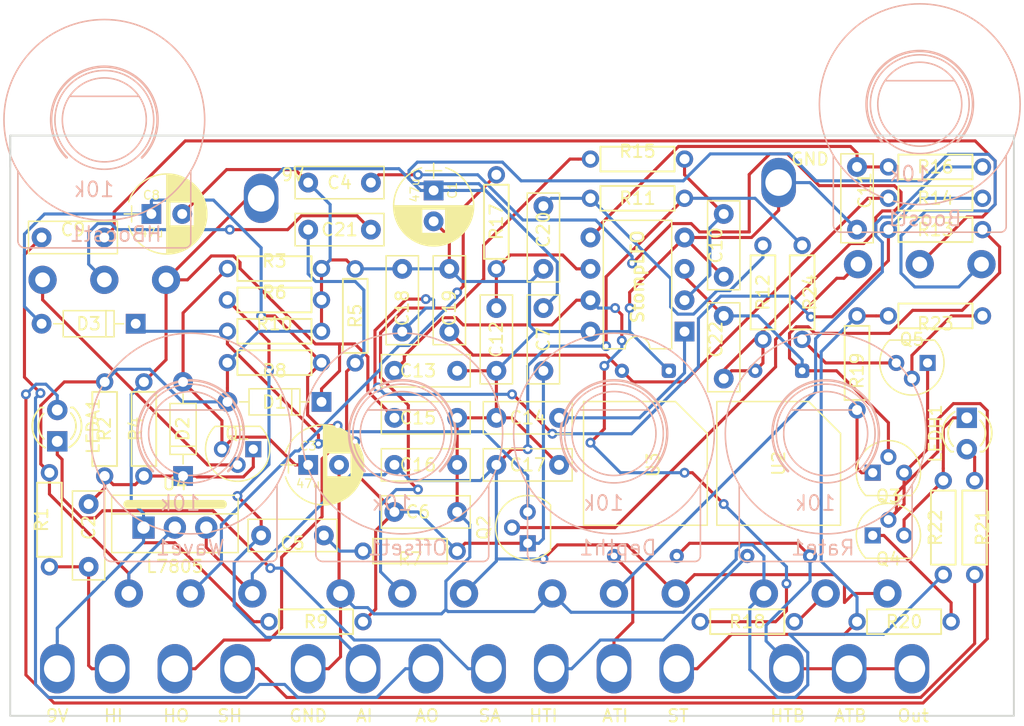
<source format=kicad_pcb>
(kicad_pcb (version 20171130) (host pcbnew "(5.0.1-3-g963ef8bb5)")
  (layers (0 F.Cu signal) (31 B.Cu signal) (34 B.Paste user) (35 F.Paste user) (36 B.SilkS user) (37 F.SilkS user) (38 B.Mask user) (39 F.Mask user) (44 Edge.Cuts user))
  (net 0 "")
  (net 1 "Net-(AI1-Pad1)")
  (net 2 "Net-(AO1-Pad1)")
  (net 3 "Net-(ATB1-Pad1)")
  (net 4 "Net-(ATI1-Pad1)")
  (net 5 /PowerReg)
  (net 6 "Net-(Boost1-Pad2)")
  (net 7 "Net-(Boost1-Pad3)")
  (net 8 GND)
  (net 9 "Net-(C2-Pad2)")
  (net 10 "Net-(C2-Pad1)")
  (net 11 "Net-(C3-Pad1)")
  (net 12 "Net-(C4-Pad1)")
  (net 13 "Net-(C4-Pad2)")
  (net 14 "Net-(C5-Pad1)")
  (net 15 "Net-(C6-Pad1)")
  (net 16 "Net-(C8-Pad1)")
  (net 17 "Net-(C10-Pad1)")
  (net 18 "Net-(C11-Pad1)")
  (net 19 "Net-(C12-Pad1)")
  (net 20 "Net-(C13-Pad1)")
  (net 21 "Net-(C14-Pad2)")
  (net 22 /+5V)
  (net 23 "Net-(C18-Pad1)")
  (net 24 "Net-(C19-Pad1)")
  (net 25 "Net-(C20-Pad1)")
  (net 26 "Net-(C21-Pad1)")
  (net 27 "Net-(Depth1-Pad2)")
  (net 28 "Net-(HBoost1-Pad3)")
  (net 29 "Net-(HTI1-Pad1)")
  (net 30 "Net-(Offset1-Pad2)")
  (net 31 "Net-(R17-Pad2)")
  (net 32 "Net-(R18-Pad2)")
  (net 33 "Net-(LEDH1-Pad2)")
  (net 34 "Net-(LEDH1-Pad1)")
  (net 35 /Tremolo)
  (net 36 /TremoloSwitched)
  (net 37 "Net-(Q3-Pad1)")
  (net 38 "Net-(Q4-Pad1)")
  (net 39 "Net-(Q5-Pad2)")
  (net 40 "Net-(Q5-Pad3)")
  (net 41 "Net-(R19-Pad1)")
  (net 42 "Net-(R21-Pad1)")
  (net 43 "Net-(LEDA1-Pad2)")
  (module 4ms-footprints:Cap_Electrolytic_TH (layer F.Cu) (at 135.89 88.265 270)
    (fp_text reference C1 (at 0 -1.524 270) (layer F.SilkS) (effects (font (size 0.7 0.7) (thickness 0.1))))
    (fp_text value 47u (at 0 1.524 270) (layer F.SilkS) (effects (font (size 0.7 0.7) (thickness 0.1))))
    (pad 1 thru_hole rect (at 0 0 270) (size 1.6 1.6) (drill 0.8) (layers *.Cu *.Mask) (net 5 /PowerReg))
    (pad 2 thru_hole circle (at 2.5 0 270) (size 1.6 1.6) (drill 0.8) (layers *.Cu *.Mask) (net 8 GND))
  )
  (module 4ms_Capacitor:C_Disc_P5.08mm (layer F.Cu) (at 107.95 116.205 270)
    (fp_text reference C2 (at -0.635 0 270) (layer F.SilkS) (effects (font (size 1.016 1.016) (thickness 0.1524))))
    (fp_text value "" (at 1.87 -2.28 270) (layer F.SilkS) (effects (font (size 1.016 1.016) (thickness 0.1524))))
    (pad 2 thru_hole circle (at 2.54 0 270) (size 1.6 1.6) (drill 0.8) (layers *.Cu *.Mask) (net 9 "Net-(C2-Pad2)"))
    (pad 1 thru_hole circle (at -2.54 0 270) (size 1.6 1.6) (drill 0.8) (layers *.Cu *.Mask) (net 10 "Net-(C2-Pad1)"))
  )
  (module 4ms-footprints:Cap_Electrolytic_TH (layer F.Cu) (at 125.73 110.49)
    (fp_text reference C3 (at 0 -1.524) (layer F.SilkS) (effects (font (size 0.7 0.7) (thickness 0.1))))
    (fp_text value 47u (at 0 1.524) (layer F.SilkS) (effects (font (size 0.7 0.7) (thickness 0.1))))
    (pad 1 thru_hole rect (at 0 0) (size 1.6 1.6) (drill 0.8) (layers *.Cu *.Mask) (net 11 "Net-(C3-Pad1)"))
    (pad 2 thru_hole circle (at 2.5 0) (size 1.6 1.6) (drill 0.8) (layers *.Cu *.Mask) (net 8 GND))
  )
  (module 4ms_Capacitor:C_Disc_P5.08mm (layer F.Cu) (at 128.27 91.44)
    (fp_text reference C4 (at 0 -3.81) (layer F.SilkS) (effects (font (size 1.016 1.016) (thickness 0.1524))))
    (fp_text value "" (at 1.87 -2.28) (layer F.SilkS) (effects (font (size 1.016 1.016) (thickness 0.1524))))
    (pad 2 thru_hole circle (at 2.54 0) (size 1.6 1.6) (drill 0.8) (layers *.Cu *.Mask) (net 13 "Net-(C4-Pad2)"))
    (pad 1 thru_hole circle (at -2.54 0) (size 1.6 1.6) (drill 0.8) (layers *.Cu *.Mask) (net 12 "Net-(C4-Pad1)"))
  )
  (module 4ms_Capacitor:C_Disc_P5.08mm (layer F.Cu) (at 124.46 116.205 180)
    (fp_text reference C5 (at 0 -0.635 180) (layer F.SilkS) (effects (font (size 1.016 1.016) (thickness 0.1524))))
    (fp_text value "" (at 1.87 -2.28 180) (layer F.SilkS) (effects (font (size 1.016 1.016) (thickness 0.1524))))
    (pad 1 thru_hole circle (at -2.54 0 180) (size 1.6 1.6) (drill 0.8) (layers *.Cu *.Mask) (net 14 "Net-(C5-Pad1)"))
    (pad 2 thru_hole circle (at 2.54 0 180) (size 1.6 1.6) (drill 0.8) (layers *.Cu *.Mask) (net 1 "Net-(AI1-Pad1)"))
  )
  (module 4ms_Capacitor:C_Disc_P5.08mm (layer F.Cu) (at 135.255 114.3)
    (fp_text reference C6 (at -0.635 0) (layer F.SilkS) (effects (font (size 1.016 1.016) (thickness 0.1524))))
    (fp_text value "" (at 1.87 -2.28) (layer F.SilkS) (effects (font (size 1.016 1.016) (thickness 0.1524))))
    (pad 1 thru_hole circle (at -2.54 0) (size 1.6 1.6) (drill 0.8) (layers *.Cu *.Mask) (net 15 "Net-(C6-Pad1)"))
    (pad 2 thru_hole circle (at 2.54 0) (size 1.6 1.6) (drill 0.8) (layers *.Cu *.Mask) (net 8 GND))
  )
  (module 4ms_Capacitor:C_Disc_P5.08mm (layer F.Cu) (at 144.78 100.33 270)
    (fp_text reference C7 (at 0 0 270) (layer F.SilkS) (effects (font (size 1.016 1.016) (thickness 0.1524))))
    (fp_text value "" (at 1.87 -2.28 270) (layer F.SilkS) (effects (font (size 1.016 1.016) (thickness 0.1524))))
    (pad 1 thru_hole circle (at -2.54 0 270) (size 1.6 1.6) (drill 0.8) (layers *.Cu *.Mask) (net 5 /PowerReg))
    (pad 2 thru_hole circle (at 2.54 0 270) (size 1.6 1.6) (drill 0.8) (layers *.Cu *.Mask) (net 15 "Net-(C6-Pad1)"))
  )
  (module 4ms-footprints:Cap_Electrolytic_TH (layer F.Cu) (at 113.03 90.17)
    (fp_text reference C8 (at 0 -1.524) (layer F.SilkS) (effects (font (size 0.7 0.7) (thickness 0.1))))
    (fp_text value 47u (at 0 1.524) (layer F.SilkS) (effects (font (size 0.7 0.7) (thickness 0.1))))
    (pad 2 thru_hole circle (at 2.5 0) (size 1.6 1.6) (drill 0.8) (layers *.Cu *.Mask) (net 8 GND))
    (pad 1 thru_hole rect (at 0 0) (size 1.6 1.6) (drill 0.8) (layers *.Cu *.Mask) (net 16 "Net-(C8-Pad1)"))
  )
  (module 4ms_Capacitor:C_Disc_P5.08mm (layer F.Cu) (at 106.68 92.075)
    (fp_text reference C9 (at 0 -0.635) (layer F.SilkS) (effects (font (size 1.016 1.016) (thickness 0.1524))))
    (fp_text value "" (at 1.87 -2.28) (layer F.SilkS) (effects (font (size 1.016 1.016) (thickness 0.1524))))
    (pad 2 thru_hole circle (at 2.54 0) (size 1.6 1.6) (drill 0.8) (layers *.Cu *.Mask) (net 6 "Net-(Boost1-Pad2)"))
    (pad 1 thru_hole circle (at -2.54 0) (size 1.6 1.6) (drill 0.8) (layers *.Cu *.Mask) (net 2 "Net-(AO1-Pad1)"))
  )
  (module 4ms_Capacitor:C_Disc_P5.08mm (layer F.Cu) (at 159.385 92.71 270)
    (fp_text reference C10 (at 0 0.635 270) (layer F.SilkS) (effects (font (size 1.016 1.016) (thickness 0.1524))))
    (fp_text value "" (at 1.87 -2.28 270) (layer F.SilkS) (effects (font (size 1.016 1.016) (thickness 0.1524))))
    (pad 1 thru_hole circle (at -2.54 0 270) (size 1.6 1.6) (drill 0.8) (layers *.Cu *.Mask) (net 17 "Net-(C10-Pad1)"))
    (pad 2 thru_hole circle (at 2.54 0 270) (size 1.6 1.6) (drill 0.8) (layers *.Cu *.Mask) (net 8 GND))
  )
  (module 4ms_Capacitor:C_Disc_P5.08mm (layer F.Cu) (at 170.18 88.9 270)
    (fp_text reference C11 (at -0.635 -0.635 270) (layer F.SilkS) (effects (font (size 1.016 1.016) (thickness 0.1524))))
    (fp_text value "" (at 1.87 -2.28 270) (layer F.SilkS) (effects (font (size 1.016 1.016) (thickness 0.1524))))
    (pad 2 thru_hole circle (at 2.54 0 270) (size 1.6 1.6) (drill 0.8) (layers *.Cu *.Mask) (net 8 GND))
    (pad 1 thru_hole circle (at -2.54 0 270) (size 1.6 1.6) (drill 0.8) (layers *.Cu *.Mask) (net 18 "Net-(C11-Pad1)"))
  )
  (module 4ms_Capacitor:C_Disc_P5.08mm (layer F.Cu) (at 140.97 100.33 270)
    (fp_text reference C12 (at 0 0 270) (layer F.SilkS) (effects (font (size 1.016 1.016) (thickness 0.1524))))
    (fp_text value "" (at 1.87 -2.28 270) (layer F.SilkS) (effects (font (size 1.016 1.016) (thickness 0.1524))))
    (pad 2 thru_hole circle (at 2.54 0 270) (size 1.6 1.6) (drill 0.8) (layers *.Cu *.Mask) (net 8 GND))
    (pad 1 thru_hole circle (at -2.54 0 270) (size 1.6 1.6) (drill 0.8) (layers *.Cu *.Mask) (net 19 "Net-(C12-Pad1)"))
  )
  (module 4ms_Capacitor:C_Disc_P5.08mm (layer F.Cu) (at 135.255 102.87)
    (fp_text reference C13 (at -0.635 0) (layer F.SilkS) (effects (font (size 1.016 1.016) (thickness 0.1524))))
    (fp_text value "" (at 1.87 -2.28) (layer F.SilkS) (effects (font (size 1.016 1.016) (thickness 0.1524))))
    (pad 1 thru_hole circle (at -2.54 0) (size 1.6 1.6) (drill 0.8) (layers *.Cu *.Mask) (net 20 "Net-(C13-Pad1)"))
    (pad 2 thru_hole circle (at 2.54 0) (size 1.6 1.6) (drill 0.8) (layers *.Cu *.Mask) (net 8 GND))
  )
  (module 4ms_Capacitor:C_Disc_P5.08mm (layer F.Cu) (at 143.51 106.68)
    (fp_text reference C14 (at 0 0) (layer F.SilkS) (effects (font (size 1.016 1.016) (thickness 0.1524))))
    (fp_text value "" (at 1.87 -2.28) (layer F.SilkS) (effects (font (size 1.016 1.016) (thickness 0.1524))))
    (pad 2 thru_hole circle (at 2.54 0) (size 1.6 1.6) (drill 0.8) (layers *.Cu *.Mask) (net 21 "Net-(C14-Pad2)"))
    (pad 1 thru_hole circle (at -2.54 0) (size 1.6 1.6) (drill 0.8) (layers *.Cu *.Mask) (net 8 GND))
  )
  (module 4ms_Capacitor:C_Disc_P5.08mm (layer F.Cu) (at 135.255 106.68)
    (fp_text reference C15 (at -0.635 0) (layer F.SilkS) (effects (font (size 1.016 1.016) (thickness 0.1524))))
    (fp_text value "" (at 1.87 -2.28) (layer F.SilkS) (effects (font (size 1.016 1.016) (thickness 0.1524))))
    (pad 1 thru_hole circle (at -2.54 0) (size 1.6 1.6) (drill 0.8) (layers *.Cu *.Mask) (net 5 /PowerReg))
    (pad 2 thru_hole circle (at 2.54 0) (size 1.6 1.6) (drill 0.8) (layers *.Cu *.Mask) (net 8 GND))
  )
  (module 4ms_Capacitor:C_Disc_P5.08mm (layer F.Cu) (at 135.255 110.49)
    (fp_text reference C16 (at -0.635 0) (layer F.SilkS) (effects (font (size 1.016 1.016) (thickness 0.1524))))
    (fp_text value "" (at 1.87 -2.28) (layer F.SilkS) (effects (font (size 1.016 1.016) (thickness 0.1524))))
    (pad 2 thru_hole circle (at 2.54 0) (size 1.6 1.6) (drill 0.8) (layers *.Cu *.Mask) (net 8 GND))
    (pad 1 thru_hole circle (at -2.54 0) (size 1.6 1.6) (drill 0.8) (layers *.Cu *.Mask) (net 22 /+5V))
  )
  (module 4ms_Capacitor:C_Disc_P5.08mm (layer F.Cu) (at 143.51 110.49)
    (fp_text reference C17 (at 0 0) (layer F.SilkS) (effects (font (size 1.016 1.016) (thickness 0.1524))))
    (fp_text value "" (at 1.87 -2.28) (layer F.SilkS) (effects (font (size 1.016 1.016) (thickness 0.1524))))
    (pad 1 thru_hole circle (at -2.54 0) (size 1.6 1.6) (drill 0.8) (layers *.Cu *.Mask) (net 22 /+5V))
    (pad 2 thru_hole circle (at 2.54 0) (size 1.6 1.6) (drill 0.8) (layers *.Cu *.Mask) (net 8 GND))
  )
  (module 4ms_Capacitor:C_Disc_P5.08mm (layer F.Cu) (at 133.35 97.155 90)
    (fp_text reference C18 (at -0.635 0 90) (layer F.SilkS) (effects (font (size 1.016 1.016) (thickness 0.1524))))
    (fp_text value "" (at 1.87 -2.28 90) (layer F.SilkS) (effects (font (size 1.016 1.016) (thickness 0.1524))))
    (pad 1 thru_hole circle (at -2.54 0 90) (size 1.6 1.6) (drill 0.8) (layers *.Cu *.Mask) (net 23 "Net-(C18-Pad1)"))
    (pad 2 thru_hole circle (at 2.54 0 90) (size 1.6 1.6) (drill 0.8) (layers *.Cu *.Mask) (net 8 GND))
  )
  (module 4ms_Capacitor:C_Disc_P5.08mm (layer F.Cu) (at 137.16 97.155 90)
    (fp_text reference C19 (at -0.635 0 90) (layer F.SilkS) (effects (font (size 1.016 1.016) (thickness 0.1524))))
    (fp_text value "" (at 1.87 -2.28 90) (layer F.SilkS) (effects (font (size 1.016 1.016) (thickness 0.1524))))
    (pad 2 thru_hole circle (at 2.54 0 90) (size 1.6 1.6) (drill 0.8) (layers *.Cu *.Mask) (net 8 GND))
    (pad 1 thru_hole circle (at -2.54 0 90) (size 1.6 1.6) (drill 0.8) (layers *.Cu *.Mask) (net 24 "Net-(C19-Pad1)"))
  )
  (module 4ms_Capacitor:C_Disc_P5.08mm (layer F.Cu) (at 144.78 92.075 270)
    (fp_text reference C20 (at -0.635 0 270) (layer F.SilkS) (effects (font (size 1.016 1.016) (thickness 0.1524))))
    (fp_text value "" (at 1.87 -2.28 270) (layer F.SilkS) (effects (font (size 1.016 1.016) (thickness 0.1524))))
    (pad 1 thru_hole circle (at -2.54 0 270) (size 1.6 1.6) (drill 0.8) (layers *.Cu *.Mask) (net 25 "Net-(C20-Pad1)"))
    (pad 2 thru_hole circle (at 2.54 0 270) (size 1.6 1.6) (drill 0.8) (layers *.Cu *.Mask) (net 8 GND))
  )
  (module 4ms_Capacitor:C_Disc_P5.08mm (layer F.Cu) (at 128.27 87.63 180)
    (fp_text reference C21 (at 0 -3.81 180) (layer F.SilkS) (effects (font (size 1.016 1.016) (thickness 0.1524))))
    (fp_text value "" (at 1.87 -2.28 180) (layer F.SilkS) (effects (font (size 1.016 1.016) (thickness 0.1524))))
    (pad 2 thru_hole circle (at 2.54 0 180) (size 1.6 1.6) (drill 0.8) (layers *.Cu *.Mask) (net 8 GND))
    (pad 1 thru_hole circle (at -2.54 0 180) (size 1.6 1.6) (drill 0.8) (layers *.Cu *.Mask) (net 26 "Net-(C21-Pad1)"))
  )
  (module 4ms_Capacitor:C_Disc_P5.08mm (layer F.Cu) (at 159.385 100.965 270)
    (fp_text reference C22 (at -0.635 0.635 270) (layer F.SilkS) (effects (font (size 1.016 1.016) (thickness 0.1524))))
    (fp_text value "" (at 1.87 -2.28 270) (layer F.SilkS) (effects (font (size 1.016 1.016) (thickness 0.1524))))
    (pad 1 thru_hole circle (at -2.54 0 270) (size 1.6 1.6) (drill 0.8) (layers *.Cu *.Mask) (net 35 /Tremolo))
    (pad 2 thru_hole circle (at 2.54 0 270) (size 1.6 1.6) (drill 0.8) (layers *.Cu *.Mask) (net 26 "Net-(C21-Pad1)"))
  )
  (module 4ms_Diode:D_DO-35_P7.62mm_Horizontal (layer F.Cu) (at 122.999408 105.387418 180)
    (fp_text reference D1 (at 0 -0.022582 180) (layer F.SilkS) (effects (font (size 1.016 1.016) (thickness 0.1524))))
    (fp_text value "" (at 0 2.06 180) (layer F.SilkS) (effects (font (size 1.016 1.016) (thickness 0.1524))))
    (pad 2 thru_hole oval (at 3.81 0 180) (size 1.6 1.6) (drill 0.8) (layers *.Cu *.Mask) (net 8 GND))
    (pad 1 thru_hole rect (at -3.81 0 180) (size 1.6 1.6) (drill 0.8) (layers *.Cu *.Mask) (net 5 /PowerReg))
  )
  (module 4ms_Diode:D_DO-35_P7.62mm_Horizontal (layer F.Cu) (at 115.597653 107.581626 90)
    (fp_text reference D2 (at 0 -0.027653 90) (layer F.SilkS) (effects (font (size 1.016 1.016) (thickness 0.1524))))
    (fp_text value "" (at 0 2.06 90) (layer F.SilkS) (effects (font (size 1.016 1.016) (thickness 0.1524))))
    (pad 2 thru_hole oval (at 3.81 0 90) (size 1.6 1.6) (drill 0.8) (layers *.Cu *.Mask) (net 11 "Net-(C3-Pad1)"))
    (pad 1 thru_hole rect (at -3.81 0 90) (size 1.6 1.6) (drill 0.8) (layers *.Cu *.Mask) (net 10 "Net-(C2-Pad1)"))
  )
  (module 4ms_Diode:D_DO-35_P7.62mm_Horizontal (layer F.Cu) (at 107.95 99.06 180)
    (fp_text reference D3 (at 0 0 180) (layer F.SilkS) (effects (font (size 1.016 1.016) (thickness 0.1524))))
    (fp_text value "" (at 0 2.06 180) (layer F.SilkS) (effects (font (size 1.016 1.016) (thickness 0.1524))))
    (pad 1 thru_hole rect (at -3.81 0 180) (size 1.6 1.6) (drill 0.8) (layers *.Cu *.Mask) (net 15 "Net-(C6-Pad1)"))
    (pad 2 thru_hole oval (at 3.81 0 180) (size 1.6 1.6) (drill 0.8) (layers *.Cu *.Mask) (net 16 "Net-(C8-Pad1)"))
  )
  (module 4ms_Potentiometer:Pot_16mm_NoDet_RV16AF-4A (layer B.Cu) (at 150.495 107.95 180)
    (fp_text reference Depth1 (at 2.913 -8.551 180) (layer B.SilkS) (effects (font (size 1.2065 1.2065) (thickness 0.1524)) (justify right top mirror)))
    (fp_text value 10k (at 2.58 -4.93 180) (layer B.SilkS) (effects (font (size 1.2065 1.2065) (thickness 0.1524)) (justify right top mirror)))
    (pad 3 thru_hole circle (at 5 -12.954 90) (size 2.286 2.286) (drill 1.2) (layers *.Cu *.Mask) (net 8 GND))
    (pad 2 thru_hole circle (at 0 -12.954 90) (size 2.286 2.286) (drill 1.2) (layers *.Cu *.Mask) (net 27 "Net-(Depth1-Pad2)") (clearance 0.254))
    (pad 1 thru_hole circle (at -5 -12.954 90) (size 2.286 2.286) (drill 1.2) (layers *.Cu *.Mask) (net 22 /+5V))
  )
  (module 4ms-footprints:LED-C1-A2-3MM-VERT (layer F.Cu) (at 105.41 107.315 270)
    (fp_text reference "" (at 0.254 3.048 270) (layer F.SilkS))
    (fp_text value LEDA1 (at 0.03 -2.9 270) (layer F.SilkS))
    (pad 1 thru_hole circle (at -1.27 0) (size 1.651 1.651) (drill 0.889) (layers *.Cu *.Mask) (net 36 /TremoloSwitched))
    (pad 2 thru_hole rect (at 1.27 0 270) (size 1.651 1.651) (drill 0.889) (layers *.Cu *.Mask) (net 43 "Net-(LEDA1-Pad2)"))
  )
  (module 4ms-footprints:LED-C1-A2-3MM-VERT (layer F.Cu) (at 179.07 107.95 90)
    (fp_text reference "" (at 0.254 3.048 90) (layer F.SilkS))
    (fp_text value LEDH1 (at 0 -2.54 90) (layer F.SilkS))
    (pad 2 thru_hole rect (at 1.27 0 90) (size 1.651 1.651) (drill 0.889) (layers *.Cu *.Mask) (net 33 "Net-(LEDH1-Pad2)"))
    (pad 1 thru_hole circle (at -1.27 0 180) (size 1.651 1.651) (drill 0.889) (layers *.Cu *.Mask) (net 34 "Net-(LEDH1-Pad1)"))
  )
  (module 4ms_Potentiometer:Pot_16mm_NoDet_RV16AF-4A (layer B.Cu) (at 133.35 107.95 180)
    (fp_text reference Offset1 (at 2.913 -8.551 180) (layer B.SilkS) (effects (font (size 1.2065 1.2065) (thickness 0.1524)) (justify right top mirror)))
    (fp_text value 10k (at 2.58 -4.93 180) (layer B.SilkS) (effects (font (size 1.2065 1.2065) (thickness 0.1524)) (justify right top mirror)))
    (pad 1 thru_hole circle (at -5 -12.954 90) (size 2.286 2.286) (drill 1.2) (layers *.Cu *.Mask) (net 22 /+5V))
    (pad 2 thru_hole circle (at 0 -12.954 90) (size 2.286 2.286) (drill 1.2) (layers *.Cu *.Mask) (net 30 "Net-(Offset1-Pad2)") (clearance 0.254))
    (pad 3 thru_hole circle (at 5 -12.954 90) (size 2.286 2.286) (drill 1.2) (layers *.Cu *.Mask) (net 8 GND))
  )
  (module Package_TO_SOT_THT:TO-92 (layer F.Cu) (at 121.285 109.22 180)
    (fp_text reference Q1 (at 1.27 1.27 180) (layer F.SilkS))
    (fp_text value NPN)
    (pad 2 thru_hole circle (at 1.27 -1.27 270) (size 1.3 1.3) (drill 0.75) (layers *.Cu *.Mask) (net 28 "Net-(HBoost1-Pad3)"))
    (pad 3 thru_hole circle (at 2.54 0 270) (size 1.3 1.3) (drill 0.75) (layers *.Cu *.Mask) (net 11 "Net-(C3-Pad1)"))
    (pad 1 thru_hole rect (at 0 0 270) (size 1.3 1.3) (drill 0.75) (layers *.Cu *.Mask) (net 10 "Net-(C2-Pad1)"))
  )
  (module Package_TO_SOT_THT:TO-92 (layer F.Cu) (at 143.51 116.84 90)
    (fp_text reference Q2 (at 1.27 -3.56 90) (layer F.SilkS))
    (fp_text value NPN)
    (pad 2 thru_hole circle (at 1.27 -1.27 180) (size 1.3 1.3) (drill 0.75) (layers *.Cu *.Mask) (net 7 "Net-(Boost1-Pad3)"))
    (pad 3 thru_hole circle (at 2.54 0 180) (size 1.3 1.3) (drill 0.75) (layers *.Cu *.Mask) (net 16 "Net-(C8-Pad1)"))
    (pad 1 thru_hole rect (at 0 0 180) (size 1.3 1.3) (drill 0.75) (layers *.Cu *.Mask) (net 15 "Net-(C6-Pad1)"))
  )
  (module Package_TO_SOT_THT:TO-92 (layer F.Cu) (at 171.45 111.125)
    (fp_text reference Q3 (at 1.27 1.905) (layer F.SilkS))
    (fp_text value 2n2222)
    (pad 1 thru_hole rect (at 0 0 90) (size 1.3 1.3) (drill 0.75) (layers *.Cu *.Mask) (net 37 "Net-(Q3-Pad1)"))
    (pad 3 thru_hole circle (at 2.54 0 90) (size 1.3 1.3) (drill 0.75) (layers *.Cu *.Mask) (net 36 /TremoloSwitched))
    (pad 2 thru_hole circle (at 1.27 -1.27 90) (size 1.3 1.3) (drill 0.75) (layers *.Cu *.Mask) (net 35 /Tremolo))
  )
  (module Package_TO_SOT_THT:TO-92 (layer F.Cu) (at 171.45 116.205)
    (fp_text reference Q4 (at 1.27 1.905) (layer F.SilkS))
    (fp_text value 2n2222)
    (pad 1 thru_hole rect (at 0 0 90) (size 1.3 1.3) (drill 0.75) (layers *.Cu *.Mask) (net 38 "Net-(Q4-Pad1)"))
    (pad 3 thru_hole circle (at 2.54 0 90) (size 1.3 1.3) (drill 0.75) (layers *.Cu *.Mask) (net 33 "Net-(LEDH1-Pad2)"))
    (pad 2 thru_hole circle (at 1.27 -1.27 90) (size 1.3 1.3) (drill 0.75) (layers *.Cu *.Mask) (net 36 /TremoloSwitched))
  )
  (module Package_TO_SOT_THT:TO-92 (layer F.Cu) (at 175.895 102.235 180)
    (fp_text reference Q5 (at 1.27 1.905 180) (layer F.SilkS))
    (fp_text value 2n4403)
    (pad 2 thru_hole circle (at 1.27 -1.27 270) (size 1.3 1.3) (drill 0.75) (layers *.Cu *.Mask) (net 39 "Net-(Q5-Pad2)"))
    (pad 3 thru_hole circle (at 2.54 0 270) (size 1.3 1.3) (drill 0.75) (layers *.Cu *.Mask) (net 40 "Net-(Q5-Pad3)"))
    (pad 1 thru_hole rect (at 0 0 270) (size 1.3 1.3) (drill 0.75) (layers *.Cu *.Mask) (net 36 /TremoloSwitched))
  )
  (module 4ms_Resistor:R_Axial_DIN0207_L6.3mm_D2.5mm_P7.62mm_Horizontal (layer F.Cu) (at 104.775 114.935 90)
    (fp_text reference R1 (at 0 -0.635 90) (layer F.SilkS) (effects (font (size 1.016 1.016) (thickness 0.1524))))
    (fp_text value "" (at 0 -1.71 90) (layer F.SilkS) (effects (font (size 1.016 1.016) (thickness 0.1524))))
    (pad 2 thru_hole circle (at 3.81 0 90) (size 1.397 1.397) (drill 0.8128) (layers *.Cu *.Mask) (net 8 GND))
    (pad 1 thru_hole circle (at -3.81 0 90) (size 1.397 1.397) (drill 0.8128) (layers *.Cu *.Mask) (net 9 "Net-(C2-Pad2)"))
  )
  (module 4ms_Resistor:R_Axial_DIN0207_L6.3mm_D2.5mm_P7.62mm_Horizontal (layer F.Cu) (at 109.247653 107.581626 90)
    (fp_text reference R2 (at 0 -0.027653 90) (layer F.SilkS) (effects (font (size 1.016 1.016) (thickness 0.1524))))
    (fp_text value "" (at 0 -1.71 90) (layer F.SilkS) (effects (font (size 1.016 1.016) (thickness 0.1524))))
    (pad 2 thru_hole circle (at 3.81 0 90) (size 1.397 1.397) (drill 0.8128) (layers *.Cu *.Mask) (net 8 GND))
    (pad 1 thru_hole circle (at -3.81 0 90) (size 1.397 1.397) (drill 0.8128) (layers *.Cu *.Mask) (net 10 "Net-(C2-Pad1)"))
  )
  (module 4ms_Resistor:R_Axial_DIN0207_L6.3mm_D2.5mm_P7.62mm_Horizontal (layer F.Cu) (at 122.999408 94.592418)
    (fp_text reference R3 (at 0 -0.612418) (layer F.SilkS) (effects (font (size 1.016 1.016) (thickness 0.1524))))
    (fp_text value "" (at 0 -1.71) (layer F.SilkS) (effects (font (size 1.016 1.016) (thickness 0.1524))))
    (pad 1 thru_hole circle (at -3.81 0) (size 1.397 1.397) (drill 0.8128) (layers *.Cu *.Mask) (net 11 "Net-(C3-Pad1)"))
    (pad 2 thru_hole circle (at 3.81 0) (size 1.397 1.397) (drill 0.8128) (layers *.Cu *.Mask) (net 8 GND))
  )
  (module 4ms_Resistor:R_Axial_DIN0207_L6.3mm_D2.5mm_P7.62mm_Horizontal (layer F.Cu) (at 112.422653 107.581626 270)
    (fp_text reference R4 (at 0 0.662653 270) (layer F.SilkS) (effects (font (size 1.016 1.016) (thickness 0.1524))))
    (fp_text value "" (at 0 -1.71 270) (layer F.SilkS) (effects (font (size 1.016 1.016) (thickness 0.1524))))
    (pad 1 thru_hole circle (at -3.81 0 270) (size 1.397 1.397) (drill 0.8128) (layers *.Cu *.Mask) (net 5 /PowerReg))
    (pad 2 thru_hole circle (at 3.81 0 270) (size 1.397 1.397) (drill 0.8128) (layers *.Cu *.Mask) (net 10 "Net-(C2-Pad1)"))
  )
  (module 4ms_Resistor:R_Axial_DIN0207_L6.3mm_D2.5mm_P7.62mm_Horizontal (layer F.Cu) (at 129.54 98.425 90)
    (fp_text reference R5 (at 0 0 90) (layer F.SilkS) (effects (font (size 1.016 1.016) (thickness 0.1524))))
    (fp_text value "" (at 0 -1.71 90) (layer F.SilkS) (effects (font (size 1.016 1.016) (thickness 0.1524))))
    (pad 2 thru_hole circle (at 3.81 0 90) (size 1.397 1.397) (drill 0.8128) (layers *.Cu *.Mask) (net 8 GND))
    (pad 1 thru_hole circle (at -3.81 0 90) (size 1.397 1.397) (drill 0.8128) (layers *.Cu *.Mask) (net 12 "Net-(C4-Pad1)"))
  )
  (module 4ms_Resistor:R_Axial_DIN0207_L6.3mm_D2.5mm_P7.62mm_Horizontal (layer F.Cu) (at 122.999408 97.132418)
    (fp_text reference R6 (at 0 -0.612418) (layer F.SilkS) (effects (font (size 1.016 1.016) (thickness 0.1524))))
    (fp_text value "" (at 0 -1.71) (layer F.SilkS) (effects (font (size 1.016 1.016) (thickness 0.1524))))
    (pad 1 thru_hole circle (at -3.81 0) (size 1.397 1.397) (drill 0.8128) (layers *.Cu *.Mask) (net 1 "Net-(AI1-Pad1)"))
    (pad 2 thru_hole circle (at 3.81 0) (size 1.397 1.397) (drill 0.8128) (layers *.Cu *.Mask) (net 8 GND))
  )
  (module 4ms_Resistor:R_Axial_DIN0207_L6.3mm_D2.5mm_P7.62mm_Horizontal (layer F.Cu) (at 133.985 117.475 180)
    (fp_text reference R7 (at 0 -0.635 180) (layer F.SilkS) (effects (font (size 1.016 1.016) (thickness 0.1524))))
    (fp_text value "" (at 0 -1.71 180) (layer F.SilkS) (effects (font (size 1.016 1.016) (thickness 0.1524))))
    (pad 2 thru_hole circle (at 3.81 0 180) (size 1.397 1.397) (drill 0.8128) (layers *.Cu *.Mask) (net 14 "Net-(C5-Pad1)"))
    (pad 1 thru_hole circle (at -3.81 0 180) (size 1.397 1.397) (drill 0.8128) (layers *.Cu *.Mask) (net 15 "Net-(C6-Pad1)"))
  )
  (module 4ms_Resistor:R_Axial_DIN0207_L6.3mm_D2.5mm_P7.62mm_Horizontal (layer F.Cu) (at 122.999408 99.672418)
    (fp_text reference R8 (at 0 3.197582) (layer F.SilkS) (effects (font (size 1.016 1.016) (thickness 0.1524))))
    (fp_text value "" (at 0 -1.71) (layer F.SilkS) (effects (font (size 1.016 1.016) (thickness 0.1524))))
    (pad 1 thru_hole circle (at -3.81 0) (size 1.397 1.397) (drill 0.8128) (layers *.Cu *.Mask) (net 15 "Net-(C6-Pad1)"))
    (pad 2 thru_hole circle (at 3.81 0) (size 1.397 1.397) (drill 0.8128) (layers *.Cu *.Mask) (net 8 GND))
  )
  (module 4ms_Resistor:R_Axial_DIN0207_L6.3mm_D2.5mm_P7.62mm_Horizontal (layer F.Cu) (at 126.365 123.19)
    (fp_text reference R9 (at 0 0) (layer F.SilkS) (effects (font (size 1.016 1.016) (thickness 0.1524))))
    (fp_text value "" (at 0 -1.71) (layer F.SilkS) (effects (font (size 1.016 1.016) (thickness 0.1524))))
    (pad 1 thru_hole circle (at -3.81 0) (size 1.397 1.397) (drill 0.8128) (layers *.Cu *.Mask) (net 5 /PowerReg))
    (pad 2 thru_hole circle (at 3.81 0) (size 1.397 1.397) (drill 0.8128) (layers *.Cu *.Mask) (net 15 "Net-(C6-Pad1)"))
  )
  (module 4ms_Resistor:R_Axial_DIN0207_L6.3mm_D2.5mm_P7.62mm_Horizontal (layer F.Cu) (at 122.999408 102.212418 180)
    (fp_text reference R10 (at 0 3.152418 180) (layer F.SilkS) (effects (font (size 1.016 1.016) (thickness 0.1524))))
    (fp_text value "" (at 0 -1.71 180) (layer F.SilkS) (effects (font (size 1.016 1.016) (thickness 0.1524))))
    (pad 1 thru_hole circle (at -3.81 0 180) (size 1.397 1.397) (drill 0.8128) (layers *.Cu *.Mask) (net 16 "Net-(C8-Pad1)"))
    (pad 2 thru_hole circle (at 3.81 0 180) (size 1.397 1.397) (drill 0.8128) (layers *.Cu *.Mask) (net 8 GND))
  )
  (module 4ms_Resistor:R_Axial_DIN0207_L6.3mm_D2.5mm_P7.62mm_Horizontal (layer F.Cu) (at 152.4 88.9)
    (fp_text reference R11 (at 0 0) (layer F.SilkS) (effects (font (size 1.016 1.016) (thickness 0.1524))))
    (fp_text value "" (at 0 -1.71) (layer F.SilkS) (effects (font (size 1.016 1.016) (thickness 0.1524))))
    (pad 2 thru_hole circle (at 3.81 0) (size 1.397 1.397) (drill 0.8128) (layers *.Cu *.Mask) (net 22 /+5V))
    (pad 1 thru_hole circle (at -3.81 0) (size 1.397 1.397) (drill 0.8128) (layers *.Cu *.Mask) (net 25 "Net-(C20-Pad1)"))
  )
  (module 4ms_Resistor:R_Axial_DIN0207_L6.3mm_D2.5mm_P7.62mm_Horizontal (layer F.Cu) (at 162.56 96.52 90)
    (fp_text reference R12 (at 0 0 90) (layer F.SilkS) (effects (font (size 1.016 1.016) (thickness 0.1524))))
    (fp_text value "" (at 0 -1.71 90) (layer F.SilkS) (effects (font (size 1.016 1.016) (thickness 0.1524))))
    (pad 1 thru_hole circle (at -3.81 0 90) (size 1.397 1.397) (drill 0.8128) (layers *.Cu *.Mask) (net 26 "Net-(C21-Pad1)"))
    (pad 2 thru_hole circle (at 3.81 0 90) (size 1.397 1.397) (drill 0.8128) (layers *.Cu *.Mask) (net 25 "Net-(C20-Pad1)"))
  )
  (module 4ms_Resistor:R_Axial_DIN0207_L6.3mm_D2.5mm_P7.62mm_Horizontal (layer F.Cu) (at 176.53 91.44)
    (fp_text reference R13 (at 0 0) (layer F.SilkS) (effects (font (size 1.016 1.016) (thickness 0.1524))))
    (fp_text value "" (at 0 -1.71) (layer F.SilkS) (effects (font (size 1.016 1.016) (thickness 0.1524))))
    (pad 1 thru_hole circle (at -3.81 0) (size 1.397 1.397) (drill 0.8128) (layers *.Cu *.Mask) (net 23 "Net-(C18-Pad1)"))
    (pad 2 thru_hole circle (at 3.81 0) (size 1.397 1.397) (drill 0.8128) (layers *.Cu *.Mask) (net 35 /Tremolo))
  )
  (module 4ms_Resistor:R_Axial_DIN0207_L6.3mm_D2.5mm_P7.62mm_Horizontal (layer F.Cu) (at 176.53 88.9)
    (fp_text reference R14 (at 0 0) (layer F.SilkS) (effects (font (size 1.016 1.016) (thickness 0.1524))))
    (fp_text value "" (at 0 -1.71) (layer F.SilkS) (effects (font (size 1.016 1.016) (thickness 0.1524))))
    (pad 1 thru_hole circle (at -3.81 0) (size 1.397 1.397) (drill 0.8128) (layers *.Cu *.Mask) (net 24 "Net-(C19-Pad1)"))
    (pad 2 thru_hole circle (at 3.81 0) (size 1.397 1.397) (drill 0.8128) (layers *.Cu *.Mask) (net 23 "Net-(C18-Pad1)"))
  )
  (module 4ms_Resistor:R_Axial_DIN0207_L6.3mm_D2.5mm_P7.62mm_Horizontal (layer F.Cu) (at 152.4 85.725 180)
    (fp_text reference R15 (at 0 0.635 180) (layer F.SilkS) (effects (font (size 1.016 1.016) (thickness 0.1524))))
    (fp_text value "" (at 0 -1.71 180) (layer F.SilkS) (effects (font (size 1.016 1.016) (thickness 0.1524))))
    (pad 2 thru_hole circle (at 3.81 0 180) (size 1.397 1.397) (drill 0.8128) (layers *.Cu *.Mask) (net 30 "Net-(Offset1-Pad2)"))
    (pad 1 thru_hole circle (at -3.81 0 180) (size 1.397 1.397) (drill 0.8128) (layers *.Cu *.Mask) (net 17 "Net-(C10-Pad1)"))
  )
  (module 4ms_Resistor:R_Axial_DIN0207_L6.3mm_D2.5mm_P7.62mm_Horizontal (layer F.Cu) (at 176.53 86.36)
    (fp_text reference R16 (at 0 0) (layer F.SilkS) (effects (font (size 1.016 1.016) (thickness 0.1524))))
    (fp_text value "" (at 0 -1.71) (layer F.SilkS) (effects (font (size 1.016 1.016) (thickness 0.1524))))
    (pad 2 thru_hole circle (at 3.81 0) (size 1.397 1.397) (drill 0.8128) (layers *.Cu *.Mask) (net 27 "Net-(Depth1-Pad2)"))
    (pad 1 thru_hole circle (at -3.81 0) (size 1.397 1.397) (drill 0.8128) (layers *.Cu *.Mask) (net 18 "Net-(C11-Pad1)"))
  )
  (module 4ms_Resistor:R_Axial_DIN0207_L6.3mm_D2.5mm_P7.62mm_Horizontal (layer F.Cu) (at 140.97 90.805 90)
    (fp_text reference R17 (at 0 0 90) (layer F.SilkS) (effects (font (size 1.016 1.016) (thickness 0.1524))))
    (fp_text value "" (at 0 -1.71 90) (layer F.SilkS) (effects (font (size 1.016 1.016) (thickness 0.1524))))
    (pad 2 thru_hole circle (at 3.81 0 90) (size 1.397 1.397) (drill 0.8128) (layers *.Cu *.Mask) (net 31 "Net-(R17-Pad2)"))
    (pad 1 thru_hole circle (at -3.81 0 90) (size 1.397 1.397) (drill 0.8128) (layers *.Cu *.Mask) (net 19 "Net-(C12-Pad1)"))
  )
  (module 4ms_Resistor:R_Axial_DIN0207_L6.3mm_D2.5mm_P7.62mm_Horizontal (layer F.Cu) (at 161.29 123.19)
    (fp_text reference R18 (at 0 0) (layer F.SilkS) (effects (font (size 1.016 1.016) (thickness 0.1524))))
    (fp_text value "" (at 0 -1.71) (layer F.SilkS) (effects (font (size 1.016 1.016) (thickness 0.1524))))
    (pad 1 thru_hole circle (at -3.81 0) (size 1.397 1.397) (drill 0.8128) (layers *.Cu *.Mask) (net 20 "Net-(C13-Pad1)"))
    (pad 2 thru_hole circle (at 3.81 0) (size 1.397 1.397) (drill 0.8128) (layers *.Cu *.Mask) (net 32 "Net-(R18-Pad2)"))
  )
  (module 4ms_Resistor:R_Axial_DIN0207_L6.3mm_D2.5mm_P7.62mm_Horizontal (layer F.Cu) (at 170.18 102.235 270)
    (fp_text reference R19 (at 0.635 0 270) (layer F.SilkS) (effects (font (size 1.016 1.016) (thickness 0.1524))))
    (fp_text value "" (at 0 -1.71 270) (layer F.SilkS) (effects (font (size 1.016 1.016) (thickness 0.1524))))
    (pad 2 thru_hole circle (at 3.81 0 270) (size 1.397 1.397) (drill 0.8128) (layers *.Cu *.Mask) (net 37 "Net-(Q3-Pad1)"))
    (pad 1 thru_hole circle (at -3.81 0 270) (size 1.397 1.397) (drill 0.8128) (layers *.Cu *.Mask) (net 41 "Net-(R19-Pad1)"))
  )
  (module 4ms_Resistor:R_Axial_DIN0207_L6.3mm_D2.5mm_P7.62mm_Horizontal (layer F.Cu) (at 173.99 123.19)
    (fp_text reference R20 (at 0 0) (layer F.SilkS) (effects (font (size 1.016 1.016) (thickness 0.1524))))
    (fp_text value "" (at 0 -1.71) (layer F.SilkS) (effects (font (size 1.016 1.016) (thickness 0.1524))))
    (pad 1 thru_hole circle (at -3.81 0) (size 1.397 1.397) (drill 0.8128) (layers *.Cu *.Mask) (net 41 "Net-(R19-Pad1)"))
    (pad 2 thru_hole circle (at 3.81 0) (size 1.397 1.397) (drill 0.8128) (layers *.Cu *.Mask) (net 38 "Net-(Q4-Pad1)"))
  )
  (module 4ms_Resistor:R_Axial_DIN0207_L6.3mm_D2.5mm_P7.62mm_Horizontal (layer F.Cu) (at 179.705 115.57 90)
    (fp_text reference R21 (at 0 0.635 90) (layer F.SilkS) (effects (font (size 1.016 1.016) (thickness 0.1524))))
    (fp_text value "" (at 0 -1.71 90) (layer F.SilkS) (effects (font (size 1.016 1.016) (thickness 0.1524))))
    (pad 1 thru_hole circle (at -3.81 0 90) (size 1.397 1.397) (drill 0.8128) (layers *.Cu *.Mask) (net 42 "Net-(R21-Pad1)"))
    (pad 2 thru_hole circle (at 3.81 0 90) (size 1.397 1.397) (drill 0.8128) (layers *.Cu *.Mask) (net 34 "Net-(LEDH1-Pad1)"))
  )
  (module 4ms_Resistor:R_Axial_DIN0207_L6.3mm_D2.5mm_P7.62mm_Horizontal (layer F.Cu) (at 177.165 115.57 270)
    (fp_text reference R22 (at 0 0.635 270) (layer F.SilkS) (effects (font (size 1.016 1.016) (thickness 0.1524))))
    (fp_text value "" (at 0 -1.71 270) (layer F.SilkS) (effects (font (size 1.016 1.016) (thickness 0.1524))))
    (pad 2 thru_hole circle (at 3.81 0 270) (size 1.397 1.397) (drill 0.8128) (layers *.Cu *.Mask) (net 8 GND))
    (pad 1 thru_hole circle (at -3.81 0 270) (size 1.397 1.397) (drill 0.8128) (layers *.Cu *.Mask) (net 33 "Net-(LEDH1-Pad2)"))
  )
  (module 4ms_Resistor:R_Axial_DIN0207_L6.3mm_D2.5mm_P7.62mm_Horizontal (layer F.Cu) (at 176.53 98.425)
    (fp_text reference R23 (at 0 0.635) (layer F.SilkS) (effects (font (size 1.016 1.016) (thickness 0.1524))))
    (fp_text value "" (at 0 -1.71) (layer F.SilkS) (effects (font (size 1.016 1.016) (thickness 0.1524))))
    (pad 2 thru_hole circle (at 3.81 0) (size 1.397 1.397) (drill 0.8128) (layers *.Cu *.Mask) (net 39 "Net-(Q5-Pad2)"))
    (pad 1 thru_hole circle (at -3.81 0) (size 1.397 1.397) (drill 0.8128) (layers *.Cu *.Mask) (net 41 "Net-(R19-Pad1)"))
  )
  (module 4ms_Resistor:R_Axial_DIN0207_L6.3mm_D2.5mm_P7.62mm_Horizontal (layer F.Cu) (at 165.735 96.52 270)
    (fp_text reference R24 (at 0 -0.635 270) (layer F.SilkS) (effects (font (size 1.016 1.016) (thickness 0.1524))))
    (fp_text value "" (at 0 -1.71 270) (layer F.SilkS) (effects (font (size 1.016 1.016) (thickness 0.1524))))
    (pad 2 thru_hole circle (at 3.81 0 270) (size 1.397 1.397) (drill 0.8128) (layers *.Cu *.Mask) (net 40 "Net-(Q5-Pad3)"))
    (pad 1 thru_hole circle (at -3.81 0 270) (size 1.397 1.397) (drill 0.8128) (layers *.Cu *.Mask) (net 22 /+5V))
  )
  (module 4ms_Potentiometer:Pot_16mm_NoDet_RV16AF-4A (layer B.Cu) (at 167.64 107.95 180)
    (fp_text reference Rate1 (at 2.913 -8.551 180) (layer B.SilkS) (effects (font (size 1.2065 1.2065) (thickness 0.1524)) (justify right top mirror)))
    (fp_text value 10k (at 2.58 -4.93 180) (layer B.SilkS) (effects (font (size 1.2065 1.2065) (thickness 0.1524)) (justify right top mirror)))
    (pad 3 thru_hole circle (at 5 -12.954 90) (size 2.286 2.286) (drill 1.2) (layers *.Cu *.Mask) (net 8 GND))
    (pad 2 thru_hole circle (at 0 -12.954 90) (size 2.286 2.286) (drill 1.2) (layers *.Cu *.Mask) (net 32 "Net-(R18-Pad2)") (clearance 0.254))
    (pad 1 thru_hole circle (at -5 -12.954 90) (size 2.286 2.286) (drill 1.2) (layers *.Cu *.Mask) (net 22 /+5V))
  )
  (module 4ms-footprints:DIP_8pin_TL072_TH (layer F.Cu) (at 156.21 99.695 180)
    (fp_text reference "" (at 3.82 -2.324 180) (layer F.SilkS) (effects (font (size 1.016 1.016) (thickness 0.1905))))
    (fp_text value StompLFO (at 3.81 4.445 270) (layer F.SilkS) (effects (font (size 1.016 1.016) (thickness 0.1905))))
    (pad 8 thru_hole oval (at 7.62 0 180) (size 1.6 1.6) (drill 0.8) (layers *.Cu *.Mask) (net 8 GND))
    (pad 4 thru_hole oval (at 0 7.62 180) (size 1.6 1.6) (drill 0.8) (layers *.Cu *.Mask) (net 8 GND))
    (pad 7 thru_hole oval (at 7.62 2.54 180) (size 1.6 1.6) (drill 0.8) (layers *.Cu *.Mask) (net 20 "Net-(C13-Pad1)"))
    (pad 3 thru_hole oval (at 0 5.08 180) (size 1.6 1.6) (drill 0.8) (layers *.Cu *.Mask) (net 35 /Tremolo))
    (pad 6 thru_hole oval (at 7.62 5.08 180) (size 1.6 1.6) (drill 0.8) (layers *.Cu *.Mask) (net 19 "Net-(C12-Pad1)"))
    (pad 2 thru_hole oval (at 0 2.54 180) (size 1.6 1.6) (drill 0.8) (layers *.Cu *.Mask) (net 17 "Net-(C10-Pad1)"))
    (pad 5 thru_hole oval (at 7.62 7.62 180) (size 1.6 1.6) (drill 0.8) (layers *.Cu *.Mask) (net 18 "Net-(C11-Pad1)"))
    (pad 1 thru_hole rect (at 0 0 180) (size 1.6 1.6) (drill 0.8) (layers *.Cu *.Mask) (net 21 "Net-(C14-Pad2)"))
  )
  (module OptoDevice:PerkinElmer_VTL5C (layer F.Cu) (at 165.735 102.87 270)
    (fp_text reference U2 (at 7.5 1.905 270) (layer F.SilkS))
    (fp_text value VTL5C)
    (pad 1 thru_hole roundrect (at 0 0 270) (size 1.15 1.15) (drill 0.55) (layers *.Cu *.Mask) (net 35 /Tremolo))
    (pad 3 thru_hole circle (at 15 -0.64 270) (size 1.15 1.15) (drill 0.55) (layers *.Cu *.Mask) (net 3 "Net-(ATB1-Pad1)"))
    (pad 4 thru_hole circle (at 15 4.44 270) (size 1.15 1.15) (drill 0.55) (layers *.Cu *.Mask) (net 29 "Net-(HTI1-Pad1)"))
    (pad 2 thru_hole circle (at 0 3.8 270) (size 1.15 1.15) (drill 0.55) (layers *.Cu *.Mask) (net 26 "Net-(C21-Pad1)"))
  )
  (module OptoDevice:PerkinElmer_VTL5C (layer F.Cu) (at 154.94 102.87 270)
    (fp_text reference U3 (at 7.62 1.27 270) (layer F.SilkS))
    (fp_text value VTL5C)
    (pad 2 thru_hole circle (at 0 3.8 270) (size 1.15 1.15) (drill 0.55) (layers *.Cu *.Mask) (net 24 "Net-(C19-Pad1)"))
    (pad 4 thru_hole circle (at 15 4.44 270) (size 1.15 1.15) (drill 0.55) (layers *.Cu *.Mask) (net 4 "Net-(ATI1-Pad1)"))
    (pad 3 thru_hole circle (at 15 -0.64 270) (size 1.15 1.15) (drill 0.55) (layers *.Cu *.Mask) (net 3 "Net-(ATB1-Pad1)"))
    (pad 1 thru_hole roundrect (at 0 0 270) (size 1.15 1.15) (drill 0.55) (layers *.Cu *.Mask) (net 8 GND))
  )
  (module 4ms_Package_TO:TO-220-3_Vertical (layer F.Cu) (at 114.935 115.57)
    (fp_text reference U4 (at 0 -3.55) (layer F.SilkS))
    (fp_text value L7805 (at 0 3.15) (layer F.SilkS))
    (pad 1 thru_hole rect (at -2.54 0) (size 1.8 1.8) (drill 1) (layers *.Cu *.Mask) (net 5 /PowerReg))
    (pad 2 thru_hole oval (at 0 0) (size 1.8 1.8) (drill 1) (layers *.Cu *.Mask) (net 8 GND))
    (pad 3 thru_hole oval (at 2.54 0) (size 1.8 1.8) (drill 1) (layers *.Cu *.Mask) (net 22 /+5V))
  )
  (module 4ms_Potentiometer:Pot_16mm_NoDet_RV16AF-4A (layer B.Cu) (at 116.205 107.95 180)
    (fp_text reference Wave1 (at 2.913 -8.551 180) (layer B.SilkS) (effects (font (size 1.2065 1.2065) (thickness 0.1524)) (justify right top mirror)))
    (fp_text value 10k (at 2.58 -4.93 180) (layer B.SilkS) (effects (font (size 1.2065 1.2065) (thickness 0.1524)) (justify right top mirror)))
    (pad 1 thru_hole circle (at -5 -12.954 90) (size 2.286 2.286) (drill 1.2) (layers *.Cu *.Mask) (net 22 /+5V))
    (pad 2 thru_hole circle (at 0 -12.954 90) (size 2.286 2.286) (drill 1.2) (layers *.Cu *.Mask) (net 31 "Net-(R17-Pad2)") (clearance 0.254))
    (pad 3 thru_hole circle (at 5 -12.954 90) (size 2.286 2.286) (drill 1.2) (layers *.Cu *.Mask) (net 8 GND))
  )
  (module 4ms_Connector:Wire_12AWG (layer F.Cu) (at 121.92 88.9)
    (fp_text reference 9V (at 2.54 -1.905) (layer F.SilkS))
    (fp_text value +9V)
    (pad 1 thru_hole oval (at 0 0) (size 2.8 4) (drill 2.15) (layers *.Cu *.Mask) (net 5 /PowerReg))
  )
  (module 4ms_Connector:Wire_12AWG (layer F.Cu) (at 105.41 127)
    (fp_text reference 9V (at 0 3.81) (layer F.SilkS))
    (fp_text value +9V)
    (pad 1 thru_hole oval (at 0 0) (size 2.8 4) (drill 2.15) (layers *.Cu *.Mask) (net 5 /PowerReg))
  )
  (module 4ms_Connector:Wire_12AWG (layer F.Cu) (at 130.175 127)
    (fp_text reference AI (at 0.1 3.81) (layer F.SilkS))
    (fp_text value AssIn)
    (pad 1 thru_hole oval (at 0 0) (size 2.8 4) (drill 2.15) (layers *.Cu *.Mask) (net 1 "Net-(AI1-Pad1)"))
  )
  (module 4ms_Connector:Wire_12AWG (layer F.Cu) (at 135.255 127)
    (fp_text reference AO (at 0.1 3.81) (layer F.SilkS))
    (fp_text value AssOut)
    (pad 1 thru_hole oval (at 0 0) (size 2.8 4) (drill 2.15) (layers *.Cu *.Mask) (net 2 "Net-(AO1-Pad1)"))
  )
  (module 4ms_Connector:Wire_12AWG (layer F.Cu) (at 169.545 127)
    (fp_text reference ATB (at 0.1 3.81) (layer F.SilkS))
    (fp_text value AssTremBypass)
    (pad 1 thru_hole oval (at 0 0) (size 2.8 4) (drill 2.15) (layers *.Cu *.Mask) (net 3 "Net-(ATB1-Pad1)"))
  )
  (module 4ms_Connector:Wire_12AWG (layer F.Cu) (at 150.495 127)
    (fp_text reference ATI (at 0.1 3.81) (layer F.SilkS))
    (fp_text value AssTremIn)
    (pad 1 thru_hole oval (at 0 0) (size 2.8 4) (drill 2.15) (layers *.Cu *.Mask) (net 4 "Net-(ATI1-Pad1)"))
  )
  (module 4ms_Potentiometer:Pot_16mm_NoDet_RV16AF-4A (layer B.Cu) (at 175.26 81.28 180)
    (fp_text reference Boost1 (at 2.913 -8.551 180) (layer B.SilkS) (effects (font (size 1.2065 1.2065) (thickness 0.1524)) (justify right top mirror)))
    (fp_text value 10k (at 2.58 -4.93 180) (layer B.SilkS) (effects (font (size 1.2065 1.2065) (thickness 0.1524)) (justify right top mirror)))
    (pad 3 thru_hole circle (at 5 -12.954 90) (size 2.286 2.286) (drill 1.2) (layers *.Cu *.Mask) (net 7 "Net-(Boost1-Pad3)"))
    (pad 2 thru_hole circle (at 0 -12.954 90) (size 2.286 2.286) (drill 1.2) (layers *.Cu *.Mask) (net 6 "Net-(Boost1-Pad2)") (clearance 0.254))
    (pad 1 thru_hole circle (at -5 -12.954 90) (size 2.286 2.286) (drill 1.2) (layers *.Cu *.Mask) (net 5 /PowerReg))
  )
  (module 4ms_Connector:Wire_12AWG (layer F.Cu) (at 163.83 87.63)
    (fp_text reference GND (at 2.54 -1.905) (layer F.SilkS))
    (fp_text value GND)
    (pad 1 thru_hole oval (at 0 0) (size 2.8 4) (drill 2.15) (layers *.Cu *.Mask) (net 8 GND))
  )
  (module 4ms_Connector:Wire_12AWG (layer F.Cu) (at 125.73 127)
    (fp_text reference GND (at 0 3.81) (layer F.SilkS))
    (fp_text value GND)
    (pad 1 thru_hole oval (at 0 0) (size 2.8 4) (drill 2.15) (layers *.Cu *.Mask) (net 8 GND))
  )
  (module 4ms_Potentiometer:Pot_16mm_NoDet_RV16AF-4A (layer B.Cu) (at 109.22 82.55 180)
    (fp_text reference HBoost1 (at 2.913 -8.551 180) (layer B.SilkS) (effects (font (size 1.2065 1.2065) (thickness 0.1524)) (justify right top mirror)))
    (fp_text value 10k (at 2.58 -4.93 180) (layer B.SilkS) (effects (font (size 1.2065 1.2065) (thickness 0.1524)) (justify right top mirror)))
    (pad 1 thru_hole circle (at -5 -12.954 90) (size 2.286 2.286) (drill 1.2) (layers *.Cu *.Mask) (net 5 /PowerReg))
    (pad 2 thru_hole circle (at 0 -12.954 90) (size 2.286 2.286) (drill 1.2) (layers *.Cu *.Mask) (net 13 "Net-(C4-Pad2)") (clearance 0.254))
    (pad 3 thru_hole circle (at 5 -12.954 90) (size 2.286 2.286) (drill 1.2) (layers *.Cu *.Mask) (net 28 "Net-(HBoost1-Pad3)"))
  )
  (module 4ms_Connector:Wire_12AWG (layer F.Cu) (at 164.465 127)
    (fp_text reference HTB (at 0.1 3.81) (layer F.SilkS))
    (fp_text value HTB1)
    (pad 1 thru_hole oval (at 0 0) (size 2.8 4) (drill 2.15) (layers *.Cu *.Mask) (net 3 "Net-(ATB1-Pad1)"))
  )
  (module 4ms_Connector:Wire_12AWG (layer F.Cu) (at 109.855 127)
    (fp_text reference HI (at 0.1 3.81) (layer F.SilkS))
    (fp_text value HeadIn)
    (pad 1 thru_hole oval (at 0 0) (size 2.8 4) (drill 2.15) (layers *.Cu *.Mask) (net 9 "Net-(C2-Pad2)"))
  )
  (module 4ms_Connector:Wire_12AWG (layer F.Cu) (at 114.935 127)
    (fp_text reference HO (at 0.1 3.81) (layer F.SilkS))
    (fp_text value HeadOut)
    (pad 1 thru_hole oval (at 0 0) (size 2.8 4) (drill 2.15) (layers *.Cu *.Mask) (net 12 "Net-(C4-Pad1)"))
  )
  (module 4ms_Connector:Wire_12AWG (layer F.Cu) (at 145.415 127)
    (fp_text reference HTI (at -0.635 3.81) (layer F.SilkS))
    (fp_text value HeadTremIn)
    (pad 1 thru_hole oval (at 0 0) (size 2.8 4) (drill 2.15) (layers *.Cu *.Mask) (net 29 "Net-(HTI1-Pad1)"))
  )
  (module 4ms_Connector:Wire_12AWG (layer F.Cu) (at 174.625 127)
    (fp_text reference Out (at 0.1 3.81) (layer F.SilkS))
    (fp_text value Output)
    (pad 1 thru_hole oval (at 0 0) (size 2.8 4) (drill 2.15) (layers *.Cu *.Mask) (net 3 "Net-(ATB1-Pad1)"))
  )
  (module 4ms_Connector:Wire_12AWG (layer F.Cu) (at 140.335 127)
    (fp_text reference SA (at 0.1 3.81) (layer F.SilkS))
    (fp_text value SA)
    (pad 1 thru_hole oval (at 0 0) (size 2.8 4) (drill 2.15) (layers *.Cu *.Mask) (net 43 "Net-(LEDA1-Pad2)"))
  )
  (module 4ms_Connector:Wire_12AWG (layer F.Cu) (at 120.015 127)
    (fp_text reference SH (at -0.635 3.81) (layer F.SilkS))
    (fp_text value SH)
    (pad 1 thru_hole oval (at 0 0) (size 2.8 4) (drill 2.15) (layers *.Cu *.Mask) (net 42 "Net-(R21-Pad1)"))
  )
  (module 4ms_Connector:Wire_12AWG (layer F.Cu) (at 155.575 127)
    (fp_text reference ST (at 0.1 3.81) (layer F.SilkS))
    (fp_text value ST)
    (pad 1 thru_hole oval (at 0 0) (size 2.8 4) (drill 2.15) (layers *.Cu *.Mask) (net 41 "Net-(R19-Pad1)"))
  )
  (gr_line (start 101.6 83.82) (end 101.6 86.36) (layer Edge.Cuts) (width 0.15))
  (gr_line (start 182.88 83.82) (end 101.6 83.82) (layer Edge.Cuts) (width 0.15))
  (gr_line (start 182.88 130.81) (end 182.88 83.82) (layer Edge.Cuts) (width 0.15))
  (gr_line (start 101.6 130.81) (end 182.88 130.81) (layer Edge.Cuts) (width 0.15))
  (gr_line (start 101.6 83.82) (end 101.6 130.81) (layer Edge.Cuts) (width 0.15))
  (segment (start 121.120001 117.004999) (end 121.92 116.205) (width 0.25) (layer B.Cu) (net 1))
  (segment (start 119.736999 118.388001) (end 121.120001 117.004999) (width 0.25) (layer B.Cu) (net 1))
  (segment (start 119.736999 121.886781) (end 119.736999 118.388001) (width 0.25) (layer B.Cu) (net 1))
  (segment (start 122.310218 124.46) (end 119.736999 121.886781) (width 0.25) (layer B.Cu) (net 1))
  (segment (start 128.235 124.46) (end 122.310218 124.46) (width 0.25) (layer B.Cu) (net 1))
  (segment (start 130.175 126.4) (end 128.235 124.46) (width 0.25) (layer B.Cu) (net 1))
  (segment (start 130.175 127) (end 130.175 126.4) (width 0.25) (layer B.Cu) (net 1))
  (via (at 122.555 102.87) (size 0.8) (drill 0.4) (layers F.Cu B.Cu) (net 1))
  (segment (start 122.555 100.49801) (end 122.555 102.87) (width 0.25) (layer F.Cu) (net 1))
  (segment (start 119.189408 97.132418) (end 122.555 100.49801) (width 0.25) (layer F.Cu) (net 1))
  (via (at 119.997346 113.012346) (size 0.8) (drill 0.4) (layers F.Cu B.Cu) (net 1))
  (segment (start 122.555 110.454692) (end 119.997346 113.012346) (width 0.25) (layer B.Cu) (net 1))
  (segment (start 122.555 102.87) (end 122.555 110.454692) (width 0.25) (layer B.Cu) (net 1))
  (segment (start 121.92 114.935) (end 121.92 116.205) (width 0.25) (layer F.Cu) (net 1))
  (segment (start 119.997346 113.012346) (end 121.92 114.935) (width 0.25) (layer F.Cu) (net 1))
  (segment (start 102.751999 103.386999) (end 104.045976 104.680976) (width 0.25) (layer F.Cu) (net 2))
  (segment (start 102.751999 93.463001) (end 102.751999 103.386999) (width 0.25) (layer F.Cu) (net 2))
  (via (at 104.045976 104.680976) (size 0.8) (drill 0.4) (layers F.Cu B.Cu) (net 2))
  (segment (start 104.14 92.075) (end 102.751999 93.463001) (width 0.25) (layer F.Cu) (net 2))
  (segment (start 133.605 127) (end 135.255 127) (width 0.25) (layer B.Cu) (net 2))
  (segment (start 131.27999 129.32501) (end 133.605 127) (width 0.25) (layer B.Cu) (net 2))
  (segment (start 123.825 128.27) (end 124.88001 129.32501) (width 0.25) (layer B.Cu) (net 2))
  (segment (start 121.784532 128.27) (end 123.825 128.27) (width 0.25) (layer B.Cu) (net 2))
  (segment (start 104.695478 129.32501) (end 120.729522 129.32501) (width 0.25) (layer B.Cu) (net 2))
  (segment (start 103.645977 128.275509) (end 104.695478 129.32501) (width 0.25) (layer B.Cu) (net 2))
  (segment (start 124.88001 129.32501) (end 131.27999 129.32501) (width 0.25) (layer B.Cu) (net 2))
  (segment (start 120.729522 129.32501) (end 121.784532 128.27) (width 0.25) (layer B.Cu) (net 2))
  (segment (start 103.645977 105.080975) (end 103.645977 128.275509) (width 0.25) (layer B.Cu) (net 2))
  (segment (start 104.045976 104.680976) (end 103.645977 105.080975) (width 0.25) (layer B.Cu) (net 2))
  (segment (start 174.625 127) (end 169.545 127) (width 0.25) (layer F.Cu) (net 3))
  (segment (start 169.545 127) (end 164.465 127) (width 0.25) (layer F.Cu) (net 3))
  (segment (start 156.154999 117.295001) (end 155.58 117.87) (width 0.25) (layer F.Cu) (net 3))
  (segment (start 156.61 116.84) (end 156.154999 117.295001) (width 0.25) (layer F.Cu) (net 3))
  (segment (start 165.345 116.84) (end 156.61 116.84) (width 0.25) (layer F.Cu) (net 3))
  (segment (start 166.375 117.87) (end 165.345 116.84) (width 0.25) (layer F.Cu) (net 3))
  (segment (start 164.465 126.4) (end 164.465 127) (width 0.25) (layer B.Cu) (net 3))
  (segment (start 162.815 123.476438) (end 162.815 124.75) (width 0.25) (layer B.Cu) (net 3))
  (segment (start 162.815 124.75) (end 164.465 126.4) (width 0.25) (layer B.Cu) (net 3))
  (segment (start 166.375 119.916438) (end 162.815 123.476438) (width 0.25) (layer B.Cu) (net 3))
  (segment (start 166.375 117.87) (end 166.375 119.916438) (width 0.25) (layer B.Cu) (net 3))
  (segment (start 150.495 124.75) (end 150.495 127) (width 0.25) (layer F.Cu) (net 4))
  (segment (start 152.017001 123.227999) (end 150.495 124.75) (width 0.25) (layer F.Cu) (net 4))
  (segment (start 152.017001 119.387001) (end 152.017001 123.227999) (width 0.25) (layer F.Cu) (net 4))
  (segment (start 150.5 117.87) (end 152.017001 119.387001) (width 0.25) (layer F.Cu) (net 4))
  (segment (start 111.724154 104.470125) (end 112.422653 103.771626) (width 0.25) (layer B.Cu) (net 5))
  (segment (start 111.399152 104.795127) (end 111.724154 104.470125) (width 0.25) (layer B.Cu) (net 5))
  (segment (start 111.399152 113.424152) (end 111.399152 104.795127) (width 0.25) (layer B.Cu) (net 5))
  (segment (start 112.395 114.42) (end 111.399152 113.424152) (width 0.25) (layer B.Cu) (net 5))
  (segment (start 112.395 115.57) (end 112.395 114.42) (width 0.25) (layer B.Cu) (net 5))
  (segment (start 114.22 101.974279) (end 114.22 95.504) (width 0.25) (layer F.Cu) (net 5))
  (segment (start 112.422653 103.771626) (end 114.22 101.974279) (width 0.25) (layer F.Cu) (net 5))
  (segment (start 105.41 123.705) (end 105.41 124.75) (width 0.25) (layer B.Cu) (net 5))
  (segment (start 105.41 124.75) (end 105.41 127) (width 0.25) (layer B.Cu) (net 5))
  (segment (start 112.395 116.72) (end 105.41 123.705) (width 0.25) (layer B.Cu) (net 5))
  (segment (start 112.395 115.57) (end 112.395 116.72) (width 0.25) (layer B.Cu) (net 5))
  (segment (start 121.567172 123.19) (end 122.555 123.19) (width 0.25) (layer F.Cu) (net 5))
  (segment (start 121.318358 123.19) (end 121.567172 123.19) (width 0.25) (layer F.Cu) (net 5))
  (segment (start 114.923359 116.795001) (end 121.318358 123.19) (width 0.25) (layer F.Cu) (net 5))
  (segment (start 112.395 116.72) (end 112.470001 116.795001) (width 0.25) (layer F.Cu) (net 5))
  (segment (start 112.470001 116.795001) (end 114.923359 116.795001) (width 0.25) (layer F.Cu) (net 5))
  (segment (start 112.395 115.57) (end 112.395 116.72) (width 0.25) (layer F.Cu) (net 5))
  (segment (start 121.92 88.3) (end 121.92 88.9) (width 0.25) (layer B.Cu) (net 5))
  (segment (start 123.715001 86.504999) (end 121.92 88.3) (width 0.25) (layer B.Cu) (net 5))
  (segment (start 133.079999 86.504999) (end 123.715001 86.504999) (width 0.25) (layer B.Cu) (net 5))
  (segment (start 134.84 88.265) (end 133.079999 86.504999) (width 0.25) (layer B.Cu) (net 5))
  (segment (start 135.89 88.265) (end 134.84 88.265) (width 0.25) (layer B.Cu) (net 5))
  (segment (start 120.824 88.9) (end 121.92 88.9) (width 0.25) (layer F.Cu) (net 5))
  (segment (start 114.22 95.504) (end 120.824 88.9) (width 0.25) (layer F.Cu) (net 5))
  (segment (start 140.095002 88.265) (end 136.94 88.265) (width 0.25) (layer B.Cu) (net 5))
  (segment (start 145.905001 94.074999) (end 140.095002 88.265) (width 0.25) (layer B.Cu) (net 5))
  (segment (start 136.94 88.265) (end 135.89 88.265) (width 0.25) (layer B.Cu) (net 5))
  (segment (start 120.212909 94.101137) (end 119.680689 93.568917) (width 0.25) (layer F.Cu) (net 5))
  (segment (start 117.886083 93.568917) (end 115.951 95.504) (width 0.25) (layer F.Cu) (net 5))
  (segment (start 120.212909 94.590701) (end 120.212909 94.101137) (width 0.25) (layer F.Cu) (net 5))
  (segment (start 115.951 95.504) (end 114.22 95.504) (width 0.25) (layer F.Cu) (net 5))
  (segment (start 119.680689 93.568917) (end 117.886083 93.568917) (width 0.25) (layer F.Cu) (net 5))
  (segment (start 132.715 106.68) (end 130.563501 104.528501) (width 0.25) (layer F.Cu) (net 5))
  (segment (start 126.318127 100.695919) (end 120.212909 94.590701) (width 0.25) (layer F.Cu) (net 5))
  (segment (start 130.563501 101.743719) (end 129.515701 100.695919) (width 0.25) (layer F.Cu) (net 5))
  (segment (start 130.563501 104.528501) (end 130.563501 101.743719) (width 0.25) (layer F.Cu) (net 5))
  (segment (start 128.27 102.876826) (end 128.27 100.695919) (width 0.25) (layer F.Cu) (net 5))
  (segment (start 126.809408 104.337418) (end 128.27 102.876826) (width 0.25) (layer F.Cu) (net 5))
  (segment (start 126.809408 105.387418) (end 126.809408 104.337418) (width 0.25) (layer F.Cu) (net 5))
  (segment (start 128.27 100.695919) (end 126.318127 100.695919) (width 0.25) (layer F.Cu) (net 5))
  (segment (start 129.515701 100.695919) (end 128.27 100.695919) (width 0.25) (layer F.Cu) (net 5))
  (segment (start 145.579999 96.990001) (end 144.78 97.79) (width 0.25) (layer B.Cu) (net 5))
  (segment (start 145.905001 96.664999) (end 145.579999 96.990001) (width 0.25) (layer B.Cu) (net 5))
  (segment (start 145.905001 94.074999) (end 145.905001 96.664999) (width 0.25) (layer B.Cu) (net 5))
  (segment (start 139.550003 87.720001) (end 145.905001 94.074999) (width 0.25) (layer B.Cu) (net 5))
  (segment (start 134.271999 87.720001) (end 139.550003 87.720001) (width 0.25) (layer B.Cu) (net 5))
  (segment (start 133.894999 86.646999) (end 133.894999 87.343001) (width 0.25) (layer B.Cu) (net 5))
  (segment (start 133.894999 87.343001) (end 134.271999 87.720001) (width 0.25) (layer B.Cu) (net 5))
  (segment (start 134.570499 85.971499) (end 133.894999 86.646999) (width 0.25) (layer B.Cu) (net 5))
  (segment (start 141.461281 85.971499) (end 134.570499 85.971499) (width 0.25) (layer B.Cu) (net 5))
  (segment (start 142.976063 87.486281) (end 141.461281 85.971499) (width 0.25) (layer B.Cu) (net 5))
  (segment (start 156.108937 87.486281) (end 142.976063 87.486281) (width 0.25) (layer B.Cu) (net 5))
  (segment (start 164.6814 85.30499) (end 158.290228 85.30499) (width 0.25) (layer B.Cu) (net 5))
  (segment (start 166.861411 87.485001) (end 164.6814 85.30499) (width 0.25) (layer B.Cu) (net 5))
  (segment (start 175.402179 87.485001) (end 166.861411 87.485001) (width 0.25) (layer B.Cu) (net 5))
  (segment (start 177.550681 85.336499) (end 175.402179 87.485001) (width 0.25) (layer B.Cu) (net 5))
  (segment (start 180.831281 85.336499) (end 177.550681 85.336499) (width 0.25) (layer B.Cu) (net 5))
  (segment (start 181.363501 85.868719) (end 180.831281 85.336499) (width 0.25) (layer B.Cu) (net 5))
  (segment (start 181.363501 89.391281) (end 181.363501 85.868719) (width 0.25) (layer B.Cu) (net 5))
  (segment (start 180.831281 89.923501) (end 181.363501 89.391281) (width 0.25) (layer B.Cu) (net 5))
  (segment (start 158.290228 85.30499) (end 156.108937 87.486281) (width 0.25) (layer B.Cu) (net 5))
  (segment (start 175.751281 89.923501) (end 180.831281 89.923501) (width 0.25) (layer B.Cu) (net 5))
  (segment (start 173.737999 91.936783) (end 175.751281 89.923501) (width 0.25) (layer B.Cu) (net 5))
  (segment (start 173.737999 94.964561) (end 173.737999 91.936783) (width 0.25) (layer B.Cu) (net 5))
  (segment (start 174.854252 96.080814) (end 173.737999 94.964561) (width 0.25) (layer B.Cu) (net 5))
  (segment (start 178.413186 96.080814) (end 174.854252 96.080814) (width 0.25) (layer B.Cu) (net 5))
  (segment (start 180.26 94.234) (end 178.413186 96.080814) (width 0.25) (layer B.Cu) (net 5))
  (segment (start 179.077501 90.416499) (end 176.402999 93.091001) (width 0.25) (layer F.Cu) (net 6))
  (segment (start 180.338283 90.416499) (end 179.077501 90.416499) (width 0.25) (layer F.Cu) (net 6))
  (segment (start 179.746271 84.251489) (end 181.363501 85.868719) (width 0.25) (layer F.Cu) (net 6))
  (segment (start 115.773511 84.251489) (end 179.746271 84.251489) (width 0.25) (layer F.Cu) (net 6))
  (segment (start 181.363501 89.391281) (end 180.338283 90.416499) (width 0.25) (layer F.Cu) (net 6))
  (segment (start 110.019999 91.275001) (end 110.019999 90.005001) (width 0.25) (layer F.Cu) (net 6))
  (segment (start 176.402999 93.091001) (end 175.26 94.234) (width 0.25) (layer F.Cu) (net 6))
  (segment (start 181.363501 85.868719) (end 181.363501 89.391281) (width 0.25) (layer F.Cu) (net 6))
  (segment (start 110.019999 90.005001) (end 115.773511 84.251489) (width 0.25) (layer F.Cu) (net 6))
  (segment (start 109.22 92.075) (end 110.019999 91.275001) (width 0.25) (layer F.Cu) (net 6))
  (segment (start 143.159238 115.57) (end 142.24 115.57) (width 0.25) (layer F.Cu) (net 7))
  (segment (start 150.567002 115.57) (end 143.159238 115.57) (width 0.25) (layer F.Cu) (net 7))
  (segment (start 163.583501 102.553501) (end 150.567002 115.57) (width 0.25) (layer F.Cu) (net 7))
  (segment (start 163.583501 100.330307) (end 163.583501 102.553501) (width 0.25) (layer F.Cu) (net 7))
  (segment (start 168.536809 95.376999) (end 163.583501 100.330307) (width 0.25) (layer F.Cu) (net 7))
  (segment (start 169.117001 95.376999) (end 168.536809 95.376999) (width 0.25) (layer F.Cu) (net 7))
  (segment (start 170.26 94.234) (end 169.117001 95.376999) (width 0.25) (layer F.Cu) (net 7))
  (segment (start 126.809408 99.672418) (end 126.809408 97.132418) (width 0.25) (layer F.Cu) (net 8))
  (segment (start 126.809408 97.132418) (end 126.809408 94.592418) (width 0.25) (layer F.Cu) (net 8))
  (segment (start 128.841501 93.916501) (end 129.54 94.615) (width 0.25) (layer F.Cu) (net 8))
  (segment (start 128.818919 93.893919) (end 128.841501 93.916501) (width 0.25) (layer F.Cu) (net 8))
  (segment (start 127.507907 93.893919) (end 128.818919 93.893919) (width 0.25) (layer F.Cu) (net 8))
  (segment (start 126.809408 94.592418) (end 127.507907 93.893919) (width 0.25) (layer F.Cu) (net 8))
  (segment (start 137.795 106.68) (end 140.97 106.68) (width 0.25) (layer F.Cu) (net 8))
  (segment (start 137.795 107.81137) (end 137.795 110.49) (width 0.25) (layer F.Cu) (net 8))
  (segment (start 137.795 106.68) (end 137.795 107.81137) (width 0.25) (layer F.Cu) (net 8))
  (segment (start 140.97 106.68) (end 140.97 102.87) (width 0.25) (layer F.Cu) (net 8))
  (segment (start 140.97 102.87) (end 137.795 102.87) (width 0.25) (layer F.Cu) (net 8))
  (segment (start 137.795 111.62137) (end 137.795 114.3) (width 0.25) (layer F.Cu) (net 8))
  (segment (start 137.795 110.49) (end 137.795 111.62137) (width 0.25) (layer F.Cu) (net 8))
  (segment (start 159.385 95.25) (end 156.21 92.075) (width 0.25) (layer F.Cu) (net 8))
  (segment (start 119.189408 104.256048) (end 119.189408 102.212418) (width 0.25) (layer F.Cu) (net 8))
  (segment (start 119.189408 105.387418) (end 119.189408 104.256048) (width 0.25) (layer F.Cu) (net 8))
  (segment (start 142.24 106.68) (end 146.05 110.49) (width 0.25) (layer F.Cu) (net 8))
  (segment (start 140.97 106.68) (end 142.24 106.68) (width 0.25) (layer F.Cu) (net 8))
  (segment (start 137.16 92.035) (end 135.89 90.765) (width 0.25) (layer F.Cu) (net 8))
  (segment (start 137.16 94.615) (end 137.16 92.035) (width 0.25) (layer F.Cu) (net 8))
  (segment (start 151.765 99.695) (end 148.59 99.695) (width 0.25) (layer B.Cu) (net 8))
  (segment (start 154.94 102.87) (end 151.765 99.695) (width 0.25) (layer B.Cu) (net 8))
  (segment (start 144.145 99.695) (end 140.97 102.87) (width 0.25) (layer B.Cu) (net 8))
  (segment (start 148.59 99.695) (end 144.145 99.695) (width 0.25) (layer B.Cu) (net 8))
  (segment (start 136.02863 94.615) (end 133.35 94.615) (width 0.25) (layer B.Cu) (net 8))
  (segment (start 137.16 94.615) (end 136.02863 94.615) (width 0.25) (layer B.Cu) (net 8))
  (segment (start 129.54 94.615) (end 133.35 94.615) (width 0.25) (layer B.Cu) (net 8))
  (segment (start 121.729408 99.672418) (end 119.189408 102.212418) (width 0.25) (layer B.Cu) (net 8))
  (segment (start 126.809408 99.672418) (end 121.729408 99.672418) (width 0.25) (layer B.Cu) (net 8))
  (segment (start 143.654999 99.204999) (end 144.145 99.695) (width 0.25) (layer B.Cu) (net 8))
  (segment (start 143.654999 95.740001) (end 143.654999 99.204999) (width 0.25) (layer B.Cu) (net 8))
  (segment (start 144.78 94.615) (end 143.654999 95.740001) (width 0.25) (layer B.Cu) (net 8))
  (segment (start 143.756499 95.638501) (end 143.980001 95.414999) (width 0.25) (layer B.Cu) (net 8))
  (segment (start 143.980001 95.414999) (end 144.78 94.615) (width 0.25) (layer B.Cu) (net 8))
  (segment (start 138.183501 95.638501) (end 143.756499 95.638501) (width 0.25) (layer B.Cu) (net 8))
  (segment (start 137.16 94.615) (end 138.183501 95.638501) (width 0.25) (layer B.Cu) (net 8))
  (segment (start 104.076501 110.426501) (end 104.775 111.125) (width 0.25) (layer F.Cu) (net 8))
  (segment (start 104.076501 105.675757) (end 104.076501 110.426501) (width 0.25) (layer F.Cu) (net 8))
  (segment (start 105.980632 103.771626) (end 104.076501 105.675757) (width 0.25) (layer F.Cu) (net 8))
  (segment (start 109.247653 103.771626) (end 105.980632 103.771626) (width 0.25) (layer F.Cu) (net 8))
  (segment (start 111.205 119.3) (end 111.205 120.904) (width 0.25) (layer B.Cu) (net 8))
  (segment (start 114.935 115.57) (end 111.205 119.3) (width 0.25) (layer B.Cu) (net 8))
  (segment (start 104.775 112.112828) (end 104.775 111.125) (width 0.25) (layer F.Cu) (net 8))
  (segment (start 104.775 112.857554) (end 104.775 112.112828) (width 0.25) (layer F.Cu) (net 8))
  (segment (start 111.205 119.287554) (end 104.775 112.857554) (width 0.25) (layer F.Cu) (net 8))
  (segment (start 111.205 120.904) (end 111.205 119.287554) (width 0.25) (layer F.Cu) (net 8))
  (segment (start 128.35 126.03) (end 127.38 127) (width 0.25) (layer F.Cu) (net 8))
  (segment (start 127.38 127) (end 125.73 127) (width 0.25) (layer F.Cu) (net 8))
  (segment (start 128.35 120.904) (end 128.35 126.03) (width 0.25) (layer F.Cu) (net 8))
  (segment (start 124.67499 86.57499) (end 119.12501 86.57499) (width 0.25) (layer F.Cu) (net 8))
  (segment (start 116.329999 89.370001) (end 115.53 90.17) (width 0.25) (layer F.Cu) (net 8))
  (segment (start 119.12501 86.57499) (end 116.329999 89.370001) (width 0.25) (layer F.Cu) (net 8))
  (segment (start 125.73 87.63) (end 124.67499 86.57499) (width 0.25) (layer F.Cu) (net 8))
  (segment (start 166.37 87.63) (end 170.18 91.44) (width 0.25) (layer B.Cu) (net 8))
  (segment (start 163.83 87.63) (end 166.37 87.63) (width 0.25) (layer B.Cu) (net 8))
  (segment (start 109.946152 103.073127) (end 109.247653 103.771626) (width 0.25) (layer B.Cu) (net 8))
  (segment (start 110.271154 102.748125) (end 109.946152 103.073127) (width 0.25) (layer B.Cu) (net 8))
  (segment (start 115.548443 105.387418) (end 112.90915 102.748125) (width 0.25) (layer B.Cu) (net 8))
  (segment (start 112.90915 102.748125) (end 110.271154 102.748125) (width 0.25) (layer B.Cu) (net 8))
  (segment (start 119.189408 105.387418) (end 115.548443 105.387418) (width 0.25) (layer B.Cu) (net 8))
  (segment (start 127.507907 93.893919) (end 126.809408 94.592418) (width 0.25) (layer B.Cu) (net 8))
  (segment (start 127.507907 89.407907) (end 127.507907 93.893919) (width 0.25) (layer B.Cu) (net 8))
  (segment (start 125.73 87.63) (end 127.507907 89.407907) (width 0.25) (layer B.Cu) (net 8))
  (segment (start 157.34137 92.075) (end 156.21 92.075) (width 0.25) (layer F.Cu) (net 8))
  (segment (start 161.635 92.075) (end 157.34137 92.075) (width 0.25) (layer F.Cu) (net 8))
  (segment (start 163.83 89.88) (end 161.635 92.075) (width 0.25) (layer F.Cu) (net 8))
  (segment (start 163.83 87.63) (end 163.83 89.88) (width 0.25) (layer F.Cu) (net 8))
  (segment (start 128.23 120.784) (end 128.35 120.904) (width 0.25) (layer F.Cu) (net 8))
  (segment (start 128.23 110.49) (end 128.23 120.784) (width 0.25) (layer F.Cu) (net 8))
  (segment (start 162.64 119.287554) (end 162.64 120.904) (width 0.25) (layer B.Cu) (net 8))
  (segment (start 162.64 117.882998) (end 162.64 119.287554) (width 0.25) (layer B.Cu) (net 8))
  (segment (start 161.727001 116.969999) (end 162.64 117.882998) (width 0.25) (layer B.Cu) (net 8))
  (segment (start 160.862999 116.969999) (end 161.727001 116.969999) (width 0.25) (layer B.Cu) (net 8))
  (segment (start 160.394999 117.437999) (end 160.862999 116.969999) (width 0.25) (layer B.Cu) (net 8))
  (segment (start 160.394999 118.133591) (end 160.394999 117.437999) (width 0.25) (layer B.Cu) (net 8))
  (segment (start 156.102589 122.426001) (end 160.394999 118.133591) (width 0.25) (layer B.Cu) (net 8))
  (segment (start 147.017001 122.426001) (end 156.102589 122.426001) (width 0.25) (layer B.Cu) (net 8))
  (segment (start 145.495 120.904) (end 147.017001 122.426001) (width 0.25) (layer B.Cu) (net 8))
  (segment (start 161.497001 122.046999) (end 162.64 120.904) (width 0.25) (layer B.Cu) (net 8))
  (segment (start 165.179522 129.32501) (end 163.750478 129.32501) (width 0.25) (layer B.Cu) (net 8))
  (segment (start 166.19001 128.314522) (end 165.179522 129.32501) (width 0.25) (layer B.Cu) (net 8))
  (segment (start 163.750478 129.32501) (end 161.497001 127.071533) (width 0.25) (layer B.Cu) (net 8))
  (segment (start 166.19001 125.685478) (end 166.19001 128.314522) (width 0.25) (layer B.Cu) (net 8))
  (segment (start 161.497001 127.071533) (end 161.497001 122.046999) (width 0.25) (layer B.Cu) (net 8))
  (segment (start 164.718033 124.213501) (end 166.19001 125.685478) (width 0.25) (layer B.Cu) (net 8))
  (segment (start 172.331499 124.213501) (end 164.718033 124.213501) (width 0.25) (layer B.Cu) (net 8))
  (segment (start 177.165 119.38) (end 172.331499 124.213501) (width 0.25) (layer B.Cu) (net 8))
  (segment (start 128.35 120.904) (end 129.492999 122.046999) (width 0.25) (layer B.Cu) (net 8))
  (segment (start 138.818501 115.323501) (end 138.594999 115.099999) (width 0.25) (layer B.Cu) (net 8))
  (segment (start 138.818501 117.966281) (end 138.818501 115.323501) (width 0.25) (layer B.Cu) (net 8))
  (segment (start 136.881999 122.198001) (end 136.881999 119.902783) (width 0.25) (layer B.Cu) (net 8))
  (segment (start 137.055999 122.372001) (end 136.881999 122.198001) (width 0.25) (layer B.Cu) (net 8))
  (segment (start 136.881999 119.902783) (end 138.818501 117.966281) (width 0.25) (layer B.Cu) (net 8))
  (segment (start 144.026999 122.372001) (end 137.055999 122.372001) (width 0.25) (layer B.Cu) (net 8))
  (segment (start 138.594999 115.099999) (end 137.795 114.3) (width 0.25) (layer B.Cu) (net 8))
  (segment (start 145.495 120.904) (end 144.026999 122.372001) (width 0.25) (layer B.Cu) (net 8))
  (segment (start 130.546781 122.046999) (end 129.492999 122.046999) (width 0.25) (layer B.Cu) (net 8))
  (segment (start 131.054782 122.555) (end 130.546781 122.046999) (width 0.25) (layer B.Cu) (net 8))
  (segment (start 136.525 122.555) (end 131.054782 122.555) (width 0.25) (layer B.Cu) (net 8))
  (segment (start 136.881999 122.198001) (end 136.525 122.555) (width 0.25) (layer B.Cu) (net 8))
  (segment (start 156.21 92.075) (end 151.765 96.52) (width 0.25) (layer F.Cu) (net 8))
  (via (at 151.765 97.79) (size 0.8) (drill 0.4) (layers F.Cu B.Cu) (net 8))
  (segment (start 151.765 96.52) (end 151.765 97.79) (width 0.25) (layer F.Cu) (net 8))
  (segment (start 151.765 97.79) (end 151.765 99.695) (width 0.25) (layer B.Cu) (net 8))
  (segment (start 106.81863 118.745) (end 104.775 118.745) (width 0.25) (layer F.Cu) (net 9))
  (segment (start 107.95 118.745) (end 106.81863 118.745) (width 0.25) (layer F.Cu) (net 9))
  (segment (start 107.95 126.745) (end 108.205 127) (width 0.25) (layer F.Cu) (net 9))
  (segment (start 108.205 127) (end 109.855 127) (width 0.25) (layer F.Cu) (net 9))
  (segment (start 107.95 118.745) (end 107.95 126.745) (width 0.25) (layer F.Cu) (net 9))
  (segment (start 109.247653 112.367347) (end 109.247653 111.391626) (width 0.25) (layer F.Cu) (net 10))
  (segment (start 107.95 113.665) (end 109.247653 112.367347) (width 0.25) (layer F.Cu) (net 10))
  (segment (start 111.724154 112.090125) (end 112.422653 111.391626) (width 0.25) (layer F.Cu) (net 10))
  (segment (start 109.946152 112.090125) (end 111.724154 112.090125) (width 0.25) (layer F.Cu) (net 10))
  (segment (start 109.247653 111.391626) (end 109.946152 112.090125) (width 0.25) (layer F.Cu) (net 10))
  (segment (start 112.422653 111.391626) (end 115.597653 111.391626) (width 0.25) (layer F.Cu) (net 10))
  (segment (start 116.647653 111.391626) (end 115.597653 111.391626) (width 0.25) (layer F.Cu) (net 10))
  (segment (start 116.721028 111.465001) (end 116.647653 111.391626) (width 0.25) (layer F.Cu) (net 10))
  (segment (start 120.483001 111.465001) (end 116.721028 111.465001) (width 0.25) (layer F.Cu) (net 10))
  (segment (start 121.285 110.663002) (end 120.483001 111.465001) (width 0.25) (layer F.Cu) (net 10))
  (segment (start 121.285 109.22) (end 121.285 110.663002) (width 0.25) (layer F.Cu) (net 10))
  (segment (start 118.745 106.918973) (end 118.745 109.22) (width 0.25) (layer F.Cu) (net 11))
  (segment (start 115.597653 103.771626) (end 118.745 106.918973) (width 0.25) (layer F.Cu) (net 11))
  (segment (start 115.597653 98.184173) (end 119.189408 94.592418) (width 0.25) (layer F.Cu) (net 11))
  (segment (start 115.597653 103.771626) (end 115.597653 98.184173) (width 0.25) (layer F.Cu) (net 11))
  (segment (start 122.434999 108.244999) (end 119.720001 108.244999) (width 0.25) (layer F.Cu) (net 11))
  (segment (start 119.394999 108.570001) (end 118.745 109.22) (width 0.25) (layer F.Cu) (net 11))
  (segment (start 124.68 110.49) (end 122.434999 108.244999) (width 0.25) (layer F.Cu) (net 11))
  (segment (start 119.720001 108.244999) (end 119.394999 108.570001) (width 0.25) (layer F.Cu) (net 11))
  (segment (start 125.73 110.49) (end 124.68 110.49) (width 0.25) (layer F.Cu) (net 11))
  (segment (start 125.73 92.57137) (end 125.73 91.44) (width 0.25) (layer B.Cu) (net 12))
  (segment (start 126.340709 95.638501) (end 125.73 95.027792) (width 0.25) (layer B.Cu) (net 12))
  (segment (start 125.73 95.027792) (end 125.73 92.57137) (width 0.25) (layer B.Cu) (net 12))
  (segment (start 130.238499 96.337) (end 129.54 95.638501) (width 0.25) (layer B.Cu) (net 12))
  (segment (start 130.238499 101.536501) (end 130.238499 96.337) (width 0.25) (layer B.Cu) (net 12))
  (segment (start 129.54 95.638501) (end 126.340709 95.638501) (width 0.25) (layer B.Cu) (net 12))
  (segment (start 129.54 102.235) (end 130.238499 101.536501) (width 0.25) (layer B.Cu) (net 12))
  (segment (start 122.584792 124.67499) (end 118.91001 124.67499) (width 0.25) (layer F.Cu) (net 12))
  (segment (start 123.578501 117.961497) (end 123.578501 123.681281) (width 0.25) (layer F.Cu) (net 12))
  (segment (start 126.855001 114.684997) (end 123.578501 117.961497) (width 0.25) (layer F.Cu) (net 12))
  (segment (start 123.578501 123.681281) (end 122.584792 124.67499) (width 0.25) (layer F.Cu) (net 12))
  (segment (start 126.855001 109.999999) (end 126.855001 114.684997) (width 0.25) (layer F.Cu) (net 12))
  (segment (start 128.841501 108.013499) (end 126.855001 109.999999) (width 0.25) (layer F.Cu) (net 12))
  (segment (start 116.585 127) (end 114.935 127) (width 0.25) (layer F.Cu) (net 12))
  (segment (start 128.841501 102.933499) (end 128.841501 108.013499) (width 0.25) (layer F.Cu) (net 12))
  (segment (start 118.91001 124.67499) (end 116.585 127) (width 0.25) (layer F.Cu) (net 12))
  (segment (start 129.54 102.235) (end 128.841501 102.933499) (width 0.25) (layer F.Cu) (net 12))
  (via (at 119.38 91.44) (size 0.8) (drill 0.4) (layers F.Cu B.Cu) (net 13))
  (segment (start 125.189999 90.314999) (end 124.064998 91.44) (width 0.25) (layer F.Cu) (net 13))
  (segment (start 129.684999 90.314999) (end 125.189999 90.314999) (width 0.25) (layer F.Cu) (net 13))
  (segment (start 124.064998 91.44) (end 119.38 91.44) (width 0.25) (layer F.Cu) (net 13))
  (segment (start 130.81 91.44) (end 129.684999 90.314999) (width 0.25) (layer F.Cu) (net 13))
  (segment (start 108.679999 90.949999) (end 107.95 91.679998) (width 0.25) (layer B.Cu) (net 13))
  (segment (start 109.760001 90.949999) (end 108.679999 90.949999) (width 0.25) (layer B.Cu) (net 13))
  (segment (start 110.250002 91.44) (end 109.760001 90.949999) (width 0.25) (layer B.Cu) (net 13))
  (segment (start 119.38 91.44) (end 110.250002 91.44) (width 0.25) (layer B.Cu) (net 13))
  (segment (start 107.95 94.234) (end 109.22 95.504) (width 0.25) (layer B.Cu) (net 13))
  (segment (start 107.95 91.679998) (end 107.95 94.234) (width 0.25) (layer B.Cu) (net 13))
  (segment (start 128.27 117.475) (end 127 116.205) (width 0.25) (layer B.Cu) (net 14))
  (segment (start 130.175 117.475) (end 128.27 117.475) (width 0.25) (layer B.Cu) (net 14))
  (segment (start 138.43 116.84) (end 137.795 117.475) (width 0.25) (layer F.Cu) (net 15))
  (segment (start 143.51 116.84) (end 138.43 116.84) (width 0.25) (layer F.Cu) (net 15))
  (segment (start 112.372418 99.672418) (end 111.76 99.06) (width 0.25) (layer B.Cu) (net 15))
  (segment (start 119.189408 99.672418) (end 112.372418 99.672418) (width 0.25) (layer B.Cu) (net 15))
  (segment (start 134.62 114.3) (end 137.795 117.475) (width 0.25) (layer B.Cu) (net 15))
  (segment (start 132.715 114.3) (end 134.62 114.3) (width 0.25) (layer B.Cu) (net 15))
  (segment (start 131.915001 115.099999) (end 132.715 114.3) (width 0.25) (layer F.Cu) (net 15))
  (segment (start 131.198501 122.166499) (end 131.198501 115.816499) (width 0.25) (layer F.Cu) (net 15))
  (segment (start 131.198501 115.816499) (end 131.915001 115.099999) (width 0.25) (layer F.Cu) (net 15))
  (segment (start 130.175 123.19) (end 131.198501 122.166499) (width 0.25) (layer F.Cu) (net 15))
  (segment (start 144.41 116.84) (end 143.51 116.84) (width 0.25) (layer B.Cu) (net 15))
  (segment (start 144.78 116.47) (end 144.41 116.84) (width 0.25) (layer B.Cu) (net 15))
  (segment (start 144.78 102.87) (end 144.78 116.47) (width 0.25) (layer B.Cu) (net 15))
  (via (at 129.54 108.585) (size 0.8) (drill 0.4) (layers F.Cu B.Cu) (net 15))
  (segment (start 129.54 111.125) (end 129.54 108.585) (width 0.25) (layer F.Cu) (net 15))
  (segment (start 132.715 114.3) (end 129.54 111.125) (width 0.25) (layer F.Cu) (net 15))
  (via (at 126.560153 108.780153) (size 0.8) (drill 0.4) (layers F.Cu B.Cu) (net 15))
  (segment (start 126.755306 108.585) (end 126.560153 108.780153) (width 0.25) (layer B.Cu) (net 15))
  (segment (start 129.54 108.585) (end 126.755306 108.585) (width 0.25) (layer B.Cu) (net 15))
  (segment (start 119.189408 100.697636) (end 119.189408 100.660246) (width 0.25) (layer F.Cu) (net 15))
  (segment (start 126.560153 108.068381) (end 119.189408 100.697636) (width 0.25) (layer F.Cu) (net 15))
  (segment (start 119.189408 100.660246) (end 119.189408 99.672418) (width 0.25) (layer F.Cu) (net 15))
  (segment (start 126.560153 108.780153) (end 126.560153 108.068381) (width 0.25) (layer F.Cu) (net 15))
  (segment (start 103.340001 98.260001) (end 104.14 99.06) (width 0.25) (layer B.Cu) (net 16))
  (segment (start 102.751999 97.671999) (end 103.340001 98.260001) (width 0.25) (layer B.Cu) (net 16))
  (segment (start 102.751999 91.797999) (end 102.751999 97.671999) (width 0.25) (layer B.Cu) (net 16))
  (segment (start 104.379998 90.17) (end 102.751999 91.797999) (width 0.25) (layer B.Cu) (net 16))
  (segment (start 113.03 90.17) (end 104.379998 90.17) (width 0.25) (layer B.Cu) (net 16))
  (segment (start 126.551988 107.315) (end 128.116501 107.315) (width 0.25) (layer F.Cu) (net 16))
  (segment (start 125.684407 106.447419) (end 126.551988 107.315) (width 0.25) (layer F.Cu) (net 16))
  (segment (start 125.684407 103.337419) (end 125.684407 106.447419) (width 0.25) (layer F.Cu) (net 16))
  (via (at 128.116501 107.315) (size 0.8) (drill 0.4) (layers F.Cu B.Cu) (net 16))
  (segment (start 126.809408 102.212418) (end 125.684407 103.337419) (width 0.25) (layer F.Cu) (net 16))
  (segment (start 143.51 111.364998) (end 143.51 113.380762) (width 0.25) (layer B.Cu) (net 16))
  (segment (start 139.950003 107.805001) (end 143.51 111.364998) (width 0.25) (layer B.Cu) (net 16))
  (segment (start 128.606502 107.805001) (end 139.950003 107.805001) (width 0.25) (layer B.Cu) (net 16))
  (segment (start 143.51 113.380762) (end 143.51 114.3) (width 0.25) (layer B.Cu) (net 16))
  (segment (start 128.116501 107.315) (end 128.606502 107.805001) (width 0.25) (layer B.Cu) (net 16))
  (via (at 121.92 98.425) (size 0.8) (drill 0.4) (layers F.Cu B.Cu) (net 16))
  (segment (start 121.92 92.906998) (end 121.92 98.425) (width 0.25) (layer B.Cu) (net 16))
  (segment (start 118.058001 89.044999) (end 121.92 92.906998) (width 0.25) (layer B.Cu) (net 16))
  (segment (start 113.105001 89.044999) (end 118.058001 89.044999) (width 0.25) (layer B.Cu) (net 16))
  (segment (start 113.03 89.12) (end 113.105001 89.044999) (width 0.25) (layer B.Cu) (net 16))
  (segment (start 113.03 90.17) (end 113.03 89.12) (width 0.25) (layer B.Cu) (net 16))
  (segment (start 123.02199 98.425) (end 126.809408 102.212418) (width 0.25) (layer F.Cu) (net 16))
  (segment (start 121.92 98.425) (end 123.02199 98.425) (width 0.25) (layer F.Cu) (net 16))
  (segment (start 156.21 86.995) (end 159.385 90.17) (width 0.25) (layer F.Cu) (net 17))
  (segment (start 156.21 85.725) (end 156.21 86.995) (width 0.25) (layer F.Cu) (net 17))
  (segment (start 157.009999 96.355001) (end 156.21 97.155) (width 0.25) (layer B.Cu) (net 17))
  (segment (start 158.259999 95.105001) (end 157.009999 96.355001) (width 0.25) (layer B.Cu) (net 17))
  (segment (start 158.259999 91.295001) (end 158.259999 95.105001) (width 0.25) (layer B.Cu) (net 17))
  (segment (start 159.385 90.17) (end 158.259999 91.295001) (width 0.25) (layer B.Cu) (net 17))
  (segment (start 170.18 86.36) (end 172.72 86.36) (width 0.25) (layer F.Cu) (net 18))
  (segment (start 149.389999 91.275001) (end 148.59 92.075) (width 0.25) (layer F.Cu) (net 18))
  (segment (start 149.389999 91.030219) (end 149.389999 91.275001) (width 0.25) (layer F.Cu) (net 18))
  (segment (start 155.718719 84.701499) (end 149.389999 91.030219) (width 0.25) (layer F.Cu) (net 18))
  (segment (start 169.652869 84.701499) (end 155.718719 84.701499) (width 0.25) (layer F.Cu) (net 18))
  (segment (start 170.18 85.22863) (end 169.652869 84.701499) (width 0.25) (layer F.Cu) (net 18))
  (segment (start 170.18 86.36) (end 170.18 85.22863) (width 0.25) (layer F.Cu) (net 18))
  (segment (start 140.97 97.79) (end 140.97 94.615) (width 0.25) (layer F.Cu) (net 19))
  (segment (start 142.095001 93.489999) (end 141.668499 93.916501) (width 0.25) (layer F.Cu) (net 19))
  (segment (start 141.668499 93.916501) (end 140.97 94.615) (width 0.25) (layer F.Cu) (net 19))
  (segment (start 147.45863 94.615) (end 146.333629 93.489999) (width 0.25) (layer F.Cu) (net 19))
  (segment (start 146.333629 93.489999) (end 142.095001 93.489999) (width 0.25) (layer F.Cu) (net 19))
  (segment (start 148.59 94.615) (end 147.45863 94.615) (width 0.25) (layer F.Cu) (net 19))
  (segment (start 133.514999 102.070001) (end 132.715 102.87) (width 0.25) (layer F.Cu) (net 20))
  (segment (start 133.514999 101.674999) (end 133.514999 102.070001) (width 0.25) (layer F.Cu) (net 20))
  (segment (start 136.619999 98.569999) (end 133.514999 101.674999) (width 0.25) (layer F.Cu) (net 20))
  (segment (start 137.700001 98.569999) (end 136.619999 98.569999) (width 0.25) (layer F.Cu) (net 20))
  (segment (start 145.458631 99.154999) (end 138.285001 99.154999) (width 0.25) (layer F.Cu) (net 20))
  (segment (start 138.285001 99.154999) (end 137.700001 98.569999) (width 0.25) (layer F.Cu) (net 20))
  (segment (start 147.45863 97.155) (end 145.458631 99.154999) (width 0.25) (layer F.Cu) (net 20))
  (segment (start 148.59 97.155) (end 147.45863 97.155) (width 0.25) (layer F.Cu) (net 20))
  (via (at 164.465 120.106999) (size 0.8) (drill 0.4) (layers F.Cu B.Cu) (net 20))
  (segment (start 163.585218 123.19) (end 164.465 122.310218) (width 0.25) (layer F.Cu) (net 20))
  (segment (start 164.465 122.310218) (end 164.465 120.106999) (width 0.25) (layer F.Cu) (net 20))
  (segment (start 157.48 123.19) (end 163.585218 123.19) (width 0.25) (layer F.Cu) (net 20))
  (via (at 159.385 113.665) (size 0.8) (drill 0.4) (layers F.Cu B.Cu) (net 20))
  (segment (start 164.465 118.745) (end 159.385 113.665) (width 0.25) (layer B.Cu) (net 20))
  (segment (start 164.465 120.106999) (end 164.465 118.745) (width 0.25) (layer B.Cu) (net 20))
  (segment (start 156.845 111.125) (end 156.21 111.125) (width 0.25) (layer F.Cu) (net 20))
  (via (at 156.21 111.125) (size 0.8) (drill 0.4) (layers F.Cu B.Cu) (net 20))
  (segment (start 159.385 113.665) (end 156.845 111.125) (width 0.25) (layer F.Cu) (net 20))
  (via (at 148.59 108.694565) (size 0.8) (drill 0.4) (layers F.Cu B.Cu) (net 20))
  (segment (start 151.020435 111.125) (end 148.59 108.694565) (width 0.25) (layer B.Cu) (net 20))
  (segment (start 156.21 111.125) (end 151.020435 111.125) (width 0.25) (layer B.Cu) (net 20))
  (via (at 149.714847 102.470153) (size 0.8) (drill 0.4) (layers F.Cu B.Cu) (net 20))
  (segment (start 149.714847 107.569718) (end 149.714847 102.470153) (width 0.25) (layer F.Cu) (net 20))
  (segment (start 148.59 108.694565) (end 149.714847 107.569718) (width 0.25) (layer F.Cu) (net 20))
  (segment (start 151.13 101.055) (end 151.13 100.42) (width 0.25) (layer B.Cu) (net 20))
  (via (at 151.13 100.42) (size 0.8) (drill 0.4) (layers F.Cu B.Cu) (net 20))
  (segment (start 149.714847 102.470153) (end 151.13 101.055) (width 0.25) (layer B.Cu) (net 20))
  (via (at 150.585 97.79) (size 0.8) (drill 0.4) (layers F.Cu B.Cu) (net 20))
  (segment (start 151.13 98.335) (end 150.585 97.79) (width 0.25) (layer F.Cu) (net 20))
  (segment (start 151.13 100.42) (end 151.13 98.335) (width 0.25) (layer F.Cu) (net 20))
  (segment (start 149.225 97.79) (end 148.59 97.155) (width 0.25) (layer B.Cu) (net 20))
  (segment (start 150.585 97.79) (end 149.225 97.79) (width 0.25) (layer B.Cu) (net 20))
  (segment (start 147.18137 106.68) (end 146.05 106.68) (width 0.25) (layer B.Cu) (net 21))
  (segment (start 152.57122 106.68) (end 147.18137 106.68) (width 0.25) (layer B.Cu) (net 21))
  (segment (start 156.21 103.04122) (end 152.57122 106.68) (width 0.25) (layer B.Cu) (net 21))
  (segment (start 156.21 99.695) (end 156.21 103.04122) (width 0.25) (layer B.Cu) (net 21))
  (segment (start 117.475 117.174) (end 117.475 115.57) (width 0.25) (layer F.Cu) (net 22))
  (segment (start 121.205 120.904) (end 117.475 117.174) (width 0.25) (layer F.Cu) (net 22))
  (segment (start 140.97 118.284) (end 138.35 120.904) (width 0.25) (layer B.Cu) (net 22))
  (segment (start 140.97 110.49) (end 140.97 118.284) (width 0.25) (layer B.Cu) (net 22))
  (segment (start 161.925 88.9) (end 156.21 88.9) (width 0.25) (layer B.Cu) (net 22))
  (segment (start 165.735 92.71) (end 161.925 88.9) (width 0.25) (layer B.Cu) (net 22))
  (segment (start 156.637999 119.761001) (end 155.495 120.904) (width 0.25) (layer F.Cu) (net 22))
  (segment (start 157.017001 119.381999) (end 156.637999 119.761001) (width 0.25) (layer F.Cu) (net 22))
  (segment (start 169.162001 120.173439) (end 168.370561 119.381999) (width 0.25) (layer F.Cu) (net 22))
  (segment (start 169.162001 121.634561) (end 169.162001 120.173439) (width 0.25) (layer F.Cu) (net 22))
  (segment (start 168.370561 119.381999) (end 157.017001 119.381999) (width 0.25) (layer F.Cu) (net 22))
  (segment (start 169.892562 120.904) (end 169.162001 121.634561) (width 0.25) (layer F.Cu) (net 22))
  (segment (start 172.64 120.904) (end 169.892562 120.904) (width 0.25) (layer F.Cu) (net 22))
  (via (at 144.78 118.11) (size 0.8) (drill 0.4) (layers F.Cu B.Cu) (net 22))
  (segment (start 145.920001 116.969999) (end 144.78 118.11) (width 0.25) (layer F.Cu) (net 22))
  (segment (start 151.560999 116.969999) (end 145.920001 116.969999) (width 0.25) (layer F.Cu) (net 22))
  (segment (start 155.495 120.904) (end 151.560999 116.969999) (width 0.25) (layer F.Cu) (net 22))
  (segment (start 144.78 118.11) (end 140.97 118.11) (width 0.25) (layer B.Cu) (net 22))
  (segment (start 133.514999 111.289999) (end 132.715 110.49) (width 0.25) (layer B.Cu) (net 22))
  (segment (start 133.985 111.76) (end 133.514999 111.289999) (width 0.25) (layer B.Cu) (net 22))
  (segment (start 139.7 111.76) (end 133.985 111.76) (width 0.25) (layer B.Cu) (net 22))
  (segment (start 140.97 110.49) (end 139.7 111.76) (width 0.25) (layer B.Cu) (net 22))
  (segment (start 121.205 119.287554) (end 121.205 120.904) (width 0.25) (layer B.Cu) (net 22))
  (segment (start 129.202555 111.289999) (end 121.205 119.287554) (width 0.25) (layer B.Cu) (net 22))
  (segment (start 131.915001 111.289999) (end 129.202555 111.289999) (width 0.25) (layer B.Cu) (net 22))
  (segment (start 132.715 110.49) (end 131.915001 111.289999) (width 0.25) (layer B.Cu) (net 22))
  (segment (start 149.86 95.25) (end 149.86 100.875) (width 0.25) (layer F.Cu) (net 22))
  (via (at 149.86 100.875) (size 0.8) (drill 0.4) (layers F.Cu B.Cu) (net 22))
  (segment (start 156.21 88.9) (end 149.86 95.25) (width 0.25) (layer F.Cu) (net 22))
  (via (at 143.51 109.22) (size 0.8) (drill 0.4) (layers F.Cu B.Cu) (net 22))
  (segment (start 143.51 102.474998) (end 143.51 109.22) (width 0.25) (layer B.Cu) (net 22))
  (segment (start 145.109998 100.875) (end 143.51 102.474998) (width 0.25) (layer B.Cu) (net 22))
  (segment (start 149.86 100.875) (end 145.109998 100.875) (width 0.25) (layer B.Cu) (net 22))
  (segment (start 142.24 109.22) (end 140.97 110.49) (width 0.25) (layer F.Cu) (net 22))
  (segment (start 143.51 109.22) (end 142.24 109.22) (width 0.25) (layer F.Cu) (net 22))
  (segment (start 175.26 88.9) (end 172.72 91.44) (width 0.25) (layer B.Cu) (net 23))
  (segment (start 180.34 88.9) (end 175.26 88.9) (width 0.25) (layer B.Cu) (net 23))
  (segment (start 168.169585 98.497057) (end 166.442057 98.497057) (width 0.25) (layer F.Cu) (net 23))
  (via (at 166.442057 98.497057) (size 0.8) (drill 0.4) (layers F.Cu B.Cu) (net 23))
  (segment (start 172.72 93.946642) (end 168.169585 98.497057) (width 0.25) (layer F.Cu) (net 23))
  (segment (start 172.72 91.44) (end 172.72 93.946642) (width 0.25) (layer F.Cu) (net 23))
  (via (at 145.505 107.969565) (size 0.8) (drill 0.4) (layers F.Cu B.Cu) (net 23))
  (segment (start 151.918065 107.969565) (end 145.505 107.969565) (width 0.25) (layer B.Cu) (net 23))
  (segment (start 157.335001 102.552629) (end 151.918065 107.969565) (width 0.25) (layer B.Cu) (net 23))
  (segment (start 157.335001 98.634999) (end 157.335001 102.552629) (width 0.25) (layer B.Cu) (net 23))
  (segment (start 159.144989 96.825011) (end 157.335001 98.634999) (width 0.25) (layer B.Cu) (net 23))
  (segment (start 164.770011 96.825011) (end 159.144989 96.825011) (width 0.25) (layer B.Cu) (net 23))
  (segment (start 166.442057 98.497057) (end 164.770011 96.825011) (width 0.25) (layer B.Cu) (net 23))
  (via (at 142.24 104.775) (size 0.8) (drill 0.4) (layers F.Cu B.Cu) (net 23))
  (segment (start 142.310435 104.775) (end 142.24 104.775) (width 0.25) (layer F.Cu) (net 23))
  (segment (start 145.505 107.969565) (end 142.310435 104.775) (width 0.25) (layer F.Cu) (net 23))
  (via (at 131.369846 104.215154) (size 0.8) (drill 0.4) (layers F.Cu B.Cu) (net 23))
  (segment (start 131.929692 104.775) (end 131.369846 104.215154) (width 0.25) (layer B.Cu) (net 23))
  (segment (start 142.24 104.775) (end 131.929692 104.775) (width 0.25) (layer B.Cu) (net 23))
  (via (at 135.255 97.065) (size 0.8) (drill 0.4) (layers F.Cu B.Cu) (net 23))
  (segment (start 133.678588 97.065) (end 135.255 97.065) (width 0.25) (layer F.Cu) (net 23))
  (segment (start 131.13999 103.985298) (end 131.13999 99.603598) (width 0.25) (layer F.Cu) (net 23))
  (segment (start 131.13999 99.603598) (end 133.678588 97.065) (width 0.25) (layer F.Cu) (net 23))
  (segment (start 131.369846 104.215154) (end 131.13999 103.985298) (width 0.25) (layer F.Cu) (net 23))
  (segment (start 135.820685 97.065) (end 135.89 97.134315) (width 0.25) (layer B.Cu) (net 23))
  (segment (start 135.255 97.065) (end 135.820685 97.065) (width 0.25) (layer B.Cu) (net 23))
  (segment (start 135.89 97.134315) (end 135.89 97.79) (width 0.25) (layer B.Cu) (net 23))
  (segment (start 135.255 97.79) (end 133.35 99.695) (width 0.25) (layer B.Cu) (net 23))
  (segment (start 135.89 97.79) (end 135.255 97.79) (width 0.25) (layer B.Cu) (net 23))
  (segment (start 137.959999 100.494999) (end 137.16 99.695) (width 0.25) (layer F.Cu) (net 24))
  (segment (start 139.065 101.6) (end 137.959999 100.494999) (width 0.25) (layer F.Cu) (net 24))
  (segment (start 149.87 101.6) (end 139.065 101.6) (width 0.25) (layer F.Cu) (net 24))
  (segment (start 151.14 102.87) (end 149.87 101.6) (width 0.25) (layer F.Cu) (net 24))
  (segment (start 151.714999 103.444999) (end 151.14 102.87) (width 0.25) (layer F.Cu) (net 24))
  (segment (start 156.184988 103.77001) (end 152.04001 103.77001) (width 0.25) (layer F.Cu) (net 24))
  (segment (start 152.04001 103.77001) (end 151.714999 103.444999) (width 0.25) (layer F.Cu) (net 24))
  (segment (start 171.054998 88.9) (end 156.184988 103.77001) (width 0.25) (layer F.Cu) (net 24))
  (segment (start 172.72 88.9) (end 171.054998 88.9) (width 0.25) (layer F.Cu) (net 24))
  (segment (start 145.415 88.9) (end 144.78 89.535) (width 0.25) (layer B.Cu) (net 25))
  (segment (start 148.59 88.9) (end 145.415 88.9) (width 0.25) (layer B.Cu) (net 25))
  (segment (start 162.56 93.697828) (end 162.56 92.71) (width 0.25) (layer B.Cu) (net 25))
  (segment (start 159.882827 96.375001) (end 162.56 93.697828) (width 0.25) (layer B.Cu) (net 25))
  (segment (start 158.844999 96.375001) (end 159.882827 96.375001) (width 0.25) (layer B.Cu) (net 25))
  (segment (start 156.939999 98.280001) (end 158.844999 96.375001) (width 0.25) (layer B.Cu) (net 25))
  (segment (start 155.084999 97.695001) (end 155.669999 98.280001) (width 0.25) (layer B.Cu) (net 25))
  (segment (start 155.669999 98.280001) (end 156.939999 98.280001) (width 0.25) (layer B.Cu) (net 25))
  (segment (start 155.084999 95.394999) (end 155.084999 97.695001) (width 0.25) (layer B.Cu) (net 25))
  (segment (start 148.59 88.9) (end 155.084999 95.394999) (width 0.25) (layer B.Cu) (net 25))
  (segment (start 162.56 102.245) (end 161.935 102.87) (width 0.25) (layer F.Cu) (net 26))
  (segment (start 162.56 100.33) (end 162.56 102.245) (width 0.25) (layer F.Cu) (net 26))
  (segment (start 160.02 102.87) (end 159.385 103.505) (width 0.25) (layer F.Cu) (net 26))
  (segment (start 161.935 102.87) (end 160.02 102.87) (width 0.25) (layer F.Cu) (net 26))
  (via (at 151.960153 94.175153) (size 0.8) (drill 0.4) (layers F.Cu B.Cu) (net 26))
  (segment (start 156.750001 90.949999) (end 155.185307 90.949999) (width 0.25) (layer F.Cu) (net 26))
  (segment (start 161.4486 91.62499) (end 157.424992 91.62499) (width 0.25) (layer F.Cu) (net 26))
  (segment (start 161.4486 86.971868) (end 161.4486 91.62499) (width 0.25) (layer F.Cu) (net 26))
  (segment (start 164.544522 85.30499) (end 163.115478 85.30499) (width 0.25) (layer F.Cu) (net 26))
  (segment (start 155.185307 90.949999) (end 151.960153 94.175153) (width 0.25) (layer F.Cu) (net 26))
  (segment (start 167.116031 87.876499) (end 164.544522 85.30499) (width 0.25) (layer F.Cu) (net 26))
  (segment (start 163.115478 85.30499) (end 161.4486 86.971868) (width 0.25) (layer F.Cu) (net 26))
  (segment (start 173.743501 89.391281) (end 173.743501 88.408719) (width 0.25) (layer F.Cu) (net 26))
  (segment (start 173.211281 89.923501) (end 173.743501 89.391281) (width 0.25) (layer F.Cu) (net 26))
  (segment (start 170.720001 92.565001) (end 171.696499 91.588503) (width 0.25) (layer F.Cu) (net 26))
  (segment (start 172.228719 89.923501) (end 173.211281 89.923501) (width 0.25) (layer F.Cu) (net 26))
  (segment (start 171.696499 91.588503) (end 171.696499 90.455721) (width 0.25) (layer F.Cu) (net 26))
  (segment (start 157.424992 91.62499) (end 156.750001 90.949999) (width 0.25) (layer F.Cu) (net 26))
  (segment (start 169.639999 92.565001) (end 170.720001 92.565001) (width 0.25) (layer F.Cu) (net 26))
  (segment (start 173.211281 87.876499) (end 167.116031 87.876499) (width 0.25) (layer F.Cu) (net 26))
  (segment (start 173.743501 88.408719) (end 173.211281 87.876499) (width 0.25) (layer F.Cu) (net 26))
  (segment (start 171.696499 90.455721) (end 172.228719 89.923501) (width 0.25) (layer F.Cu) (net 26))
  (segment (start 159.385 102.82) (end 169.639999 92.565001) (width 0.25) (layer F.Cu) (net 26))
  (segment (start 159.385 103.505) (end 159.385 102.82) (width 0.25) (layer F.Cu) (net 26))
  (via (at 134.62 86.995) (size 0.8) (drill 0.4) (layers F.Cu B.Cu) (net 26))
  (segment (start 139.461412 86.995) (end 134.62 86.995) (width 0.25) (layer B.Cu) (net 26))
  (segment (start 151.960153 93.609468) (end 149.010686 90.660001) (width 0.25) (layer B.Cu) (net 26))
  (segment (start 143.126413 90.660001) (end 139.461412 86.995) (width 0.25) (layer B.Cu) (net 26))
  (segment (start 149.010686 90.660001) (end 143.126413 90.660001) (width 0.25) (layer B.Cu) (net 26))
  (segment (start 151.960153 94.175153) (end 151.960153 93.609468) (width 0.25) (layer B.Cu) (net 26))
  (segment (start 131.445 86.995) (end 130.81 87.63) (width 0.25) (layer F.Cu) (net 26))
  (segment (start 134.62 86.995) (end 131.445 86.995) (width 0.25) (layer F.Cu) (net 26))
  (segment (start 151.637999 119.761001) (end 150.495 120.904) (width 0.25) (layer B.Cu) (net 27))
  (segment (start 166.824991 104.574009) (end 151.637999 119.761001) (width 0.25) (layer B.Cu) (net 27))
  (segment (start 172.228719 94.861499) (end 166.824991 100.265227) (width 0.25) (layer B.Cu) (net 27))
  (segment (start 172.228719 92.463501) (end 172.228719 94.861499) (width 0.25) (layer B.Cu) (net 27))
  (segment (start 171.696499 90.948719) (end 171.696499 91.931281) (width 0.25) (layer B.Cu) (net 27))
  (segment (start 172.228719 90.416499) (end 171.696499 90.948719) (width 0.25) (layer B.Cu) (net 27))
  (segment (start 173.107091 90.416499) (end 172.228719 90.416499) (width 0.25) (layer B.Cu) (net 27))
  (segment (start 177.16359 86.36) (end 173.107091 90.416499) (width 0.25) (layer B.Cu) (net 27))
  (segment (start 166.824991 100.265227) (end 166.824991 104.574009) (width 0.25) (layer B.Cu) (net 27))
  (segment (start 171.696499 91.931281) (end 172.228719 92.463501) (width 0.25) (layer B.Cu) (net 27))
  (segment (start 180.34 86.36) (end 177.16359 86.36) (width 0.25) (layer B.Cu) (net 27))
  (segment (start 104.22 97.120446) (end 104.22 95.504) (width 0.25) (layer F.Cu) (net 28))
  (segment (start 117.589554 110.49) (end 104.22 97.120446) (width 0.25) (layer F.Cu) (net 28))
  (segment (start 120.015 110.49) (end 117.589554 110.49) (width 0.25) (layer F.Cu) (net 28))
  (segment (start 147.065 127) (end 145.415 127) (width 0.25) (layer B.Cu) (net 29))
  (segment (start 149.39001 124.67499) (end 147.065 127) (width 0.25) (layer B.Cu) (net 29))
  (segment (start 154.49001 124.67499) (end 149.39001 124.67499) (width 0.25) (layer B.Cu) (net 29))
  (segment (start 161.295 117.87) (end 154.49001 124.67499) (width 0.25) (layer B.Cu) (net 29))
  (via (at 134.62 112.485) (size 0.8) (drill 0.4) (layers F.Cu B.Cu) (net 30))
  (segment (start 131.589999 113.759999) (end 132.864998 112.485) (width 0.25) (layer B.Cu) (net 30))
  (segment (start 131.589999 119.143999) (end 131.589999 113.759999) (width 0.25) (layer B.Cu) (net 30))
  (segment (start 132.864998 112.485) (end 134.62 112.485) (width 0.25) (layer B.Cu) (net 30))
  (segment (start 133.35 120.904) (end 131.589999 119.143999) (width 0.25) (layer B.Cu) (net 30))
  (segment (start 147.602172 85.725) (end 148.59 85.725) (width 0.25) (layer F.Cu) (net 30))
  (segment (start 146.924998 85.725) (end 147.602172 85.725) (width 0.25) (layer F.Cu) (net 30))
  (segment (start 137.598002 97.79) (end 139.946499 95.441503) (width 0.25) (layer F.Cu) (net 30))
  (segment (start 139.946499 92.703499) (end 146.924998 85.725) (width 0.25) (layer F.Cu) (net 30))
  (segment (start 133.589998 97.79) (end 137.598002 97.79) (width 0.25) (layer F.Cu) (net 30))
  (segment (start 131.589999 99.789999) (end 133.589998 97.79) (width 0.25) (layer F.Cu) (net 30))
  (segment (start 131.589999 103.410001) (end 131.589999 99.789999) (width 0.25) (layer F.Cu) (net 30))
  (segment (start 139.946499 95.441503) (end 139.946499 92.703499) (width 0.25) (layer F.Cu) (net 30))
  (segment (start 133.840001 105.660003) (end 131.589999 103.410001) (width 0.25) (layer F.Cu) (net 30))
  (segment (start 133.840001 111.705001) (end 133.840001 105.660003) (width 0.25) (layer F.Cu) (net 30))
  (segment (start 134.62 112.485) (end 133.840001 111.705001) (width 0.25) (layer F.Cu) (net 30))
  (via (at 137.795 96.52) (size 0.8) (drill 0.4) (layers F.Cu B.Cu) (net 31))
  (segment (start 133.099997 100.820001) (end 133.890001 100.820001) (width 0.25) (layer B.Cu) (net 31))
  (segment (start 131.589999 102.329999) (end 133.099997 100.820001) (width 0.25) (layer B.Cu) (net 31))
  (segment (start 131.589999 102.725001) (end 131.589999 102.329999) (width 0.25) (layer B.Cu) (net 31))
  (segment (start 124.950001 109.364999) (end 131.589999 102.725001) (width 0.25) (layer B.Cu) (net 31))
  (segment (start 124.669999 109.364999) (end 124.950001 109.364999) (width 0.25) (layer B.Cu) (net 31))
  (segment (start 133.890001 100.820001) (end 137.795 96.915002) (width 0.25) (layer B.Cu) (net 31))
  (segment (start 118.700001 115.334997) (end 124.669999 109.364999) (width 0.25) (layer B.Cu) (net 31))
  (segment (start 118.700001 118.408999) (end 118.700001 115.334997) (width 0.25) (layer B.Cu) (net 31))
  (segment (start 137.795 96.915002) (end 137.795 96.52) (width 0.25) (layer B.Cu) (net 31))
  (segment (start 116.205 120.904) (end 118.700001 118.408999) (width 0.25) (layer B.Cu) (net 31))
  (segment (start 140.271501 87.693499) (end 140.97 86.995) (width 0.25) (layer F.Cu) (net 31))
  (segment (start 138.285001 89.679999) (end 140.271501 87.693499) (width 0.25) (layer F.Cu) (net 31))
  (segment (start 138.285001 96.029999) (end 138.285001 89.679999) (width 0.25) (layer F.Cu) (net 31))
  (segment (start 137.795 96.52) (end 138.285001 96.029999) (width 0.25) (layer F.Cu) (net 31))
  (segment (start 165.354 123.19) (end 165.1 123.19) (width 0.25) (layer F.Cu) (net 32))
  (segment (start 167.64 120.904) (end 165.354 123.19) (width 0.25) (layer F.Cu) (net 32))
  (segment (start 173.99 114.935) (end 173.99 116.205) (width 0.25) (layer F.Cu) (net 33))
  (segment (start 177.165 111.76) (end 173.99 114.935) (width 0.25) (layer F.Cu) (net 33))
  (segment (start 177.165 110.772172) (end 177.165 111.76) (width 0.25) (layer F.Cu) (net 33))
  (segment (start 177.165 107.5095) (end 177.165 110.772172) (width 0.25) (layer F.Cu) (net 33))
  (segment (start 177.9945 106.68) (end 177.165 107.5095) (width 0.25) (layer F.Cu) (net 33))
  (segment (start 179.07 106.68) (end 177.9945 106.68) (width 0.25) (layer F.Cu) (net 33))
  (segment (start 179.705 109.855) (end 179.07 109.22) (width 0.25) (layer F.Cu) (net 34))
  (segment (start 179.705 111.76) (end 179.705 109.855) (width 0.25) (layer F.Cu) (net 34))
  (segment (start 156.21 95.25) (end 156.21 94.615) (width 0.25) (layer F.Cu) (net 35))
  (segment (start 159.385 98.425) (end 156.21 95.25) (width 0.25) (layer F.Cu) (net 35))
  (segment (start 162.169782 98.425) (end 160.51637 98.425) (width 0.25) (layer B.Cu) (net 35))
  (segment (start 160.51637 98.425) (end 159.385 98.425) (width 0.25) (layer B.Cu) (net 35))
  (segment (start 165.735 101.990218) (end 162.169782 98.425) (width 0.25) (layer B.Cu) (net 35))
  (segment (start 165.735 102.87) (end 165.735 101.990218) (width 0.25) (layer B.Cu) (net 35))
  (segment (start 166.41 102.87) (end 165.735 102.87) (width 0.25) (layer F.Cu) (net 35))
  (segment (start 168.519782 102.87) (end 166.41 102.87) (width 0.25) (layer F.Cu) (net 35))
  (segment (start 172.72 107.070218) (end 168.519782 102.87) (width 0.25) (layer F.Cu) (net 35))
  (segment (start 172.72 109.855) (end 172.72 107.070218) (width 0.25) (layer F.Cu) (net 35))
  (segment (start 165.173497 102.308497) (end 165.735 102.87) (width 0.25) (layer F.Cu) (net 35))
  (segment (start 164.711499 101.846499) (end 165.173497 102.308497) (width 0.25) (layer F.Cu) (net 35))
  (segment (start 164.711499 99.838719) (end 164.711499 101.846499) (width 0.25) (layer F.Cu) (net 35))
  (segment (start 166.226281 99.306499) (end 165.243719 99.306499) (width 0.25) (layer F.Cu) (net 35))
  (segment (start 172.821063 99.838719) (end 166.758501 99.838719) (width 0.25) (layer F.Cu) (net 35))
  (segment (start 166.758501 99.838719) (end 166.226281 99.306499) (width 0.25) (layer F.Cu) (net 35))
  (segment (start 181.728001 94.938641) (end 178.691652 97.97499) (width 0.25) (layer F.Cu) (net 35))
  (segment (start 174.684792 97.97499) (end 172.821063 99.838719) (width 0.25) (layer F.Cu) (net 35))
  (segment (start 178.691652 97.97499) (end 174.684792 97.97499) (width 0.25) (layer F.Cu) (net 35))
  (segment (start 181.728001 92.828001) (end 181.728001 94.938641) (width 0.25) (layer F.Cu) (net 35))
  (segment (start 165.243719 99.306499) (end 164.711499 99.838719) (width 0.25) (layer F.Cu) (net 35))
  (segment (start 180.34 91.44) (end 181.728001 92.828001) (width 0.25) (layer F.Cu) (net 35))
  (segment (start 175.895 109.22) (end 175.895 102.235) (width 0.25) (layer F.Cu) (net 36))
  (segment (start 173.99 111.125) (end 175.895 109.22) (width 0.25) (layer F.Cu) (net 36))
  (segment (start 173.99 113.665) (end 172.72 114.935) (width 0.25) (layer F.Cu) (net 36))
  (segment (start 173.99 111.125) (end 173.99 113.665) (width 0.25) (layer F.Cu) (net 36))
  (segment (start 102.87 127.499532) (end 102.87 104.775) (width 0.25) (layer F.Cu) (net 36))
  (segment (start 172.72 114.935) (end 173.369999 114.285001) (width 0.25) (layer F.Cu) (net 36))
  (segment (start 175.525922 129.77502) (end 105.145488 129.77502) (width 0.25) (layer F.Cu) (net 36))
  (segment (start 177.984499 105.529499) (end 180.155501 105.529499) (width 0.25) (layer F.Cu) (net 36))
  (segment (start 180.728501 124.572441) (end 175.525922 129.77502) (width 0.25) (layer F.Cu) (net 36))
  (segment (start 180.155501 105.529499) (end 180.728501 106.102499) (width 0.25) (layer F.Cu) (net 36))
  (segment (start 105.145488 129.77502) (end 102.87 127.499532) (width 0.25) (layer F.Cu) (net 36))
  (segment (start 176.71499 109.427056) (end 176.71499 106.799008) (width 0.25) (layer F.Cu) (net 36))
  (segment (start 180.728501 106.102499) (end 180.728501 124.572441) (width 0.25) (layer F.Cu) (net 36))
  (segment (start 173.369999 112.772047) (end 176.71499 109.427056) (width 0.25) (layer F.Cu) (net 36))
  (via (at 102.87 104.775) (size 0.8) (drill 0.4) (layers F.Cu B.Cu) (net 36))
  (segment (start 173.369999 114.285001) (end 173.369999 112.772047) (width 0.25) (layer F.Cu) (net 36))
  (segment (start 176.71499 106.799008) (end 177.984499 105.529499) (width 0.25) (layer F.Cu) (net 36))
  (segment (start 105.41 104.877567) (end 105.41 106.045) (width 0.25) (layer B.Cu) (net 36))
  (segment (start 104.488408 103.955975) (end 105.41 104.877567) (width 0.25) (layer B.Cu) (net 36))
  (segment (start 103.689025 103.955975) (end 104.488408 103.955975) (width 0.25) (layer B.Cu) (net 36))
  (segment (start 102.87 104.775) (end 103.689025 103.955975) (width 0.25) (layer B.Cu) (net 36))
  (segment (start 170.55 111.125) (end 171.45 111.125) (width 0.25) (layer F.Cu) (net 37))
  (segment (start 170.18 110.755) (end 170.55 111.125) (width 0.25) (layer F.Cu) (net 37))
  (segment (start 170.18 106.045) (end 170.18 110.755) (width 0.25) (layer F.Cu) (net 37))
  (segment (start 177.8 122.202172) (end 177.8 123.19) (width 0.25) (layer F.Cu) (net 38))
  (segment (start 177.8 121.655) (end 177.8 122.202172) (width 0.25) (layer F.Cu) (net 38))
  (segment (start 172.35 116.205) (end 177.8 121.655) (width 0.25) (layer F.Cu) (net 38))
  (segment (start 171.45 116.205) (end 172.35 116.205) (width 0.25) (layer F.Cu) (net 38))
  (segment (start 179.352172 98.425) (end 180.34 98.425) (width 0.25) (layer F.Cu) (net 39))
  (segment (start 177.819998 98.425) (end 179.352172 98.425) (width 0.25) (layer F.Cu) (net 39))
  (segment (start 174.625 101.619998) (end 177.819998 98.425) (width 0.25) (layer F.Cu) (net 39))
  (segment (start 174.625 103.505) (end 174.625 101.619998) (width 0.25) (layer F.Cu) (net 39))
  (segment (start 167.64 102.235) (end 165.735 100.33) (width 0.25) (layer F.Cu) (net 40))
  (segment (start 173.355 102.235) (end 167.64 102.235) (width 0.25) (layer F.Cu) (net 40))
  (segment (start 171.732172 98.425) (end 170.18 98.425) (width 0.25) (layer F.Cu) (net 41))
  (segment (start 172.72 98.425) (end 171.732172 98.425) (width 0.25) (layer F.Cu) (net 41))
  (segment (start 157.225 127) (end 155.575 127) (width 0.25) (layer F.Cu) (net 41))
  (segment (start 169.156499 124.213501) (end 160.011499 124.213501) (width 0.25) (layer F.Cu) (net 41))
  (segment (start 160.011499 124.213501) (end 157.225 127) (width 0.25) (layer F.Cu) (net 41))
  (segment (start 170.18 123.19) (end 169.156499 124.213501) (width 0.25) (layer F.Cu) (net 41))
  (segment (start 170.18 122.202172) (end 170.18 123.19) (width 0.25) (layer B.Cu) (net 41))
  (segment (start 170.18 121.191438) (end 170.18 122.202172) (width 0.25) (layer B.Cu) (net 41))
  (segment (start 167.275001 101.329999) (end 167.275001 118.286439) (width 0.25) (layer B.Cu) (net 41))
  (segment (start 167.275001 118.286439) (end 170.18 121.191438) (width 0.25) (layer B.Cu) (net 41))
  (segment (start 170.18 98.425) (end 167.275001 101.329999) (width 0.25) (layer B.Cu) (net 41))
  (segment (start 121.665 127) (end 120.015 127) (width 0.25) (layer F.Cu) (net 42))
  (segment (start 123.99001 129.32501) (end 121.665 127) (width 0.25) (layer F.Cu) (net 42))
  (segment (start 175.339522 129.32501) (end 123.99001 129.32501) (width 0.25) (layer F.Cu) (net 42))
  (segment (start 179.705 124.959532) (end 175.339522 129.32501) (width 0.25) (layer F.Cu) (net 42))
  (segment (start 179.705 119.38) (end 179.705 124.959532) (width 0.25) (layer F.Cu) (net 42))
  (via (at 122.66393 118.85393) (size 0.8) (drill 0.4) (layers F.Cu B.Cu) (net 43))
  (segment (start 123.639418 118.85393) (end 122.66393 118.85393) (width 0.25) (layer B.Cu) (net 43))
  (segment (start 136.35999 124.67499) (end 129.460478 124.67499) (width 0.25) (layer B.Cu) (net 43))
  (segment (start 138.685 127) (end 136.35999 124.67499) (width 0.25) (layer B.Cu) (net 43))
  (segment (start 129.460478 124.67499) (end 123.639418 118.85393) (width 0.25) (layer B.Cu) (net 43))
  (segment (start 140.335 127) (end 138.685 127) (width 0.25) (layer B.Cu) (net 43))
  (segment (start 105.41 109.6605) (end 105.41 108.585) (width 0.25) (layer F.Cu) (net 43))
  (segment (start 105.798501 113.178503) (end 105.798501 110.049001) (width 0.25) (layer F.Cu) (net 43))
  (segment (start 107.409999 114.790001) (end 105.798501 113.178503) (width 0.25) (layer F.Cu) (net 43))
  (segment (start 108.490001 114.790001) (end 107.409999 114.790001) (width 0.25) (layer F.Cu) (net 43))
  (segment (start 105.798501 110.049001) (end 105.41 109.6605) (width 0.25) (layer F.Cu) (net 43))
  (segment (start 118.015001 114.205001) (end 109.075001 114.205001) (width 0.25) (layer F.Cu) (net 43))
  (segment (start 109.075001 114.205001) (end 108.490001 114.790001) (width 0.25) (layer F.Cu) (net 43))
  (segment (start 122.66393 118.85393) (end 118.015001 114.205001) (width 0.25) (layer F.Cu) (net 43))
)
</source>
